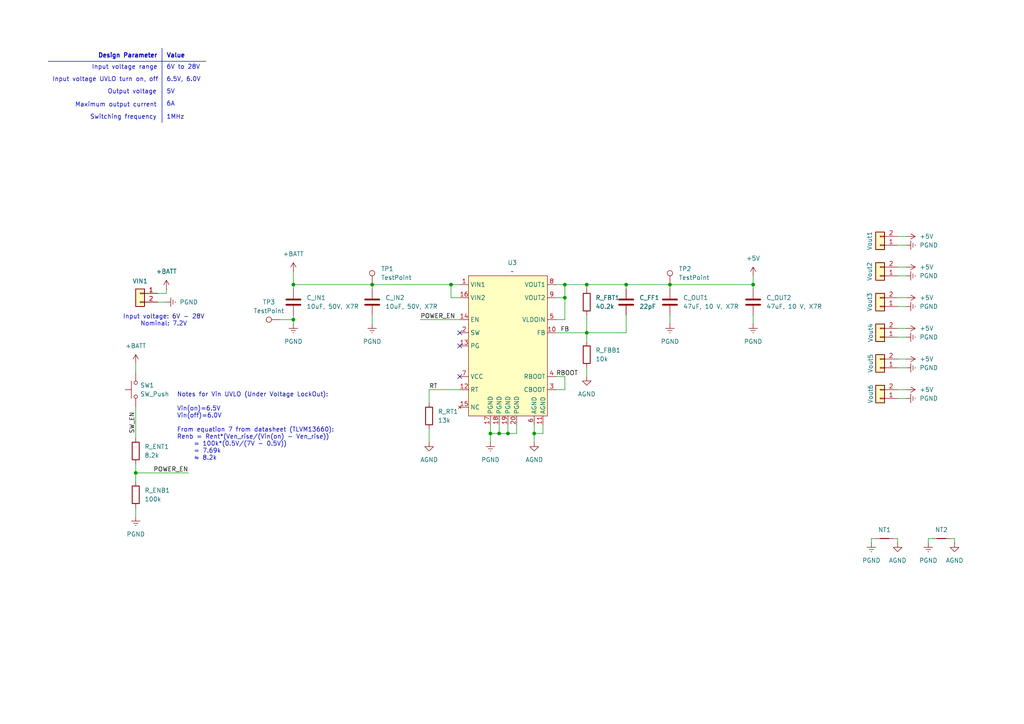
<source format=kicad_sch>
(kicad_sch
	(version 20231120)
	(generator "eeschema")
	(generator_version "8.0")
	(uuid "efb12308-5013-4ca6-a469-7d8d7a5c6e7f")
	(paper "A4")
	(title_block
		(title "NanoCore 525, DC-DC converter 5V 25W")
		(rev "0.1")
		(company "EOLab")
		(comment 1 "Author: Harley Lara, Mauricio Zacarias")
		(comment 2 "Repo: github.com/EOLab-HSRW/NanoCore-525")
	)
	(lib_symbols
		(symbol "Connector:TestPoint"
			(pin_numbers hide)
			(pin_names
				(offset 0.762) hide)
			(exclude_from_sim no)
			(in_bom yes)
			(on_board yes)
			(property "Reference" "TP"
				(at 0 6.858 0)
				(effects
					(font
						(size 1.27 1.27)
					)
				)
			)
			(property "Value" "TestPoint"
				(at 0 5.08 0)
				(effects
					(font
						(size 1.27 1.27)
					)
				)
			)
			(property "Footprint" ""
				(at 5.08 0 0)
				(effects
					(font
						(size 1.27 1.27)
					)
					(hide yes)
				)
			)
			(property "Datasheet" "~"
				(at 5.08 0 0)
				(effects
					(font
						(size 1.27 1.27)
					)
					(hide yes)
				)
			)
			(property "Description" "test point"
				(at 0 0 0)
				(effects
					(font
						(size 1.27 1.27)
					)
					(hide yes)
				)
			)
			(property "ki_keywords" "test point tp"
				(at 0 0 0)
				(effects
					(font
						(size 1.27 1.27)
					)
					(hide yes)
				)
			)
			(property "ki_fp_filters" "Pin* Test*"
				(at 0 0 0)
				(effects
					(font
						(size 1.27 1.27)
					)
					(hide yes)
				)
			)
			(symbol "TestPoint_0_1"
				(circle
					(center 0 3.302)
					(radius 0.762)
					(stroke
						(width 0)
						(type default)
					)
					(fill
						(type none)
					)
				)
			)
			(symbol "TestPoint_1_1"
				(pin passive line
					(at 0 0 90)
					(length 2.54)
					(name "1"
						(effects
							(font
								(size 1.27 1.27)
							)
						)
					)
					(number "1"
						(effects
							(font
								(size 1.27 1.27)
							)
						)
					)
				)
			)
		)
		(symbol "Connector_Generic:Conn_01x02"
			(pin_names
				(offset 1.016) hide)
			(exclude_from_sim no)
			(in_bom yes)
			(on_board yes)
			(property "Reference" "J"
				(at 0 2.54 0)
				(effects
					(font
						(size 1.27 1.27)
					)
				)
			)
			(property "Value" "Conn_01x02"
				(at 0 -5.08 0)
				(effects
					(font
						(size 1.27 1.27)
					)
				)
			)
			(property "Footprint" ""
				(at 0 0 0)
				(effects
					(font
						(size 1.27 1.27)
					)
					(hide yes)
				)
			)
			(property "Datasheet" "~"
				(at 0 0 0)
				(effects
					(font
						(size 1.27 1.27)
					)
					(hide yes)
				)
			)
			(property "Description" "Generic connector, single row, 01x02, script generated (kicad-library-utils/schlib/autogen/connector/)"
				(at 0 0 0)
				(effects
					(font
						(size 1.27 1.27)
					)
					(hide yes)
				)
			)
			(property "ki_keywords" "connector"
				(at 0 0 0)
				(effects
					(font
						(size 1.27 1.27)
					)
					(hide yes)
				)
			)
			(property "ki_fp_filters" "Connector*:*_1x??_*"
				(at 0 0 0)
				(effects
					(font
						(size 1.27 1.27)
					)
					(hide yes)
				)
			)
			(symbol "Conn_01x02_1_1"
				(rectangle
					(start -1.27 -2.413)
					(end 0 -2.667)
					(stroke
						(width 0.1524)
						(type default)
					)
					(fill
						(type none)
					)
				)
				(rectangle
					(start -1.27 0.127)
					(end 0 -0.127)
					(stroke
						(width 0.1524)
						(type default)
					)
					(fill
						(type none)
					)
				)
				(rectangle
					(start -1.27 1.27)
					(end 1.27 -3.81)
					(stroke
						(width 0.254)
						(type default)
					)
					(fill
						(type background)
					)
				)
				(pin passive line
					(at -5.08 0 0)
					(length 3.81)
					(name "Pin_1"
						(effects
							(font
								(size 1.27 1.27)
							)
						)
					)
					(number "1"
						(effects
							(font
								(size 1.27 1.27)
							)
						)
					)
				)
				(pin passive line
					(at -5.08 -2.54 0)
					(length 3.81)
					(name "Pin_2"
						(effects
							(font
								(size 1.27 1.27)
							)
						)
					)
					(number "2"
						(effects
							(font
								(size 1.27 1.27)
							)
						)
					)
				)
			)
		)
		(symbol "Device:C"
			(pin_numbers hide)
			(pin_names
				(offset 0.254)
			)
			(exclude_from_sim no)
			(in_bom yes)
			(on_board yes)
			(property "Reference" "C"
				(at 0.635 2.54 0)
				(effects
					(font
						(size 1.27 1.27)
					)
					(justify left)
				)
			)
			(property "Value" "C"
				(at 0.635 -2.54 0)
				(effects
					(font
						(size 1.27 1.27)
					)
					(justify left)
				)
			)
			(property "Footprint" ""
				(at 0.9652 -3.81 0)
				(effects
					(font
						(size 1.27 1.27)
					)
					(hide yes)
				)
			)
			(property "Datasheet" "~"
				(at 0 0 0)
				(effects
					(font
						(size 1.27 1.27)
					)
					(hide yes)
				)
			)
			(property "Description" "Unpolarized capacitor"
				(at 0 0 0)
				(effects
					(font
						(size 1.27 1.27)
					)
					(hide yes)
				)
			)
			(property "ki_keywords" "cap capacitor"
				(at 0 0 0)
				(effects
					(font
						(size 1.27 1.27)
					)
					(hide yes)
				)
			)
			(property "ki_fp_filters" "C_*"
				(at 0 0 0)
				(effects
					(font
						(size 1.27 1.27)
					)
					(hide yes)
				)
			)
			(symbol "C_0_1"
				(polyline
					(pts
						(xy -2.032 -0.762) (xy 2.032 -0.762)
					)
					(stroke
						(width 0.508)
						(type default)
					)
					(fill
						(type none)
					)
				)
				(polyline
					(pts
						(xy -2.032 0.762) (xy 2.032 0.762)
					)
					(stroke
						(width 0.508)
						(type default)
					)
					(fill
						(type none)
					)
				)
			)
			(symbol "C_1_1"
				(pin passive line
					(at 0 3.81 270)
					(length 2.794)
					(name "~"
						(effects
							(font
								(size 1.27 1.27)
							)
						)
					)
					(number "1"
						(effects
							(font
								(size 1.27 1.27)
							)
						)
					)
				)
				(pin passive line
					(at 0 -3.81 90)
					(length 2.794)
					(name "~"
						(effects
							(font
								(size 1.27 1.27)
							)
						)
					)
					(number "2"
						(effects
							(font
								(size 1.27 1.27)
							)
						)
					)
				)
			)
		)
		(symbol "Device:NetTie_2"
			(pin_numbers hide)
			(pin_names
				(offset 0) hide)
			(exclude_from_sim no)
			(in_bom no)
			(on_board yes)
			(property "Reference" "NT"
				(at 0 1.27 0)
				(effects
					(font
						(size 1.27 1.27)
					)
				)
			)
			(property "Value" "NetTie_2"
				(at 0 -1.27 0)
				(effects
					(font
						(size 1.27 1.27)
					)
				)
			)
			(property "Footprint" ""
				(at 0 0 0)
				(effects
					(font
						(size 1.27 1.27)
					)
					(hide yes)
				)
			)
			(property "Datasheet" "~"
				(at 0 0 0)
				(effects
					(font
						(size 1.27 1.27)
					)
					(hide yes)
				)
			)
			(property "Description" "Net tie, 2 pins"
				(at 0 0 0)
				(effects
					(font
						(size 1.27 1.27)
					)
					(hide yes)
				)
			)
			(property "ki_keywords" "net tie short"
				(at 0 0 0)
				(effects
					(font
						(size 1.27 1.27)
					)
					(hide yes)
				)
			)
			(property "ki_fp_filters" "Net*Tie*"
				(at 0 0 0)
				(effects
					(font
						(size 1.27 1.27)
					)
					(hide yes)
				)
			)
			(symbol "NetTie_2_0_1"
				(polyline
					(pts
						(xy -1.27 0) (xy 1.27 0)
					)
					(stroke
						(width 0.254)
						(type default)
					)
					(fill
						(type none)
					)
				)
			)
			(symbol "NetTie_2_1_1"
				(pin passive line
					(at -2.54 0 0)
					(length 2.54)
					(name "1"
						(effects
							(font
								(size 1.27 1.27)
							)
						)
					)
					(number "1"
						(effects
							(font
								(size 1.27 1.27)
							)
						)
					)
				)
				(pin passive line
					(at 2.54 0 180)
					(length 2.54)
					(name "2"
						(effects
							(font
								(size 1.27 1.27)
							)
						)
					)
					(number "2"
						(effects
							(font
								(size 1.27 1.27)
							)
						)
					)
				)
			)
		)
		(symbol "Device:R"
			(pin_numbers hide)
			(pin_names
				(offset 0)
			)
			(exclude_from_sim no)
			(in_bom yes)
			(on_board yes)
			(property "Reference" "R"
				(at 2.032 0 90)
				(effects
					(font
						(size 1.27 1.27)
					)
				)
			)
			(property "Value" "R"
				(at 0 0 90)
				(effects
					(font
						(size 1.27 1.27)
					)
				)
			)
			(property "Footprint" ""
				(at -1.778 0 90)
				(effects
					(font
						(size 1.27 1.27)
					)
					(hide yes)
				)
			)
			(property "Datasheet" "~"
				(at 0 0 0)
				(effects
					(font
						(size 1.27 1.27)
					)
					(hide yes)
				)
			)
			(property "Description" "Resistor"
				(at 0 0 0)
				(effects
					(font
						(size 1.27 1.27)
					)
					(hide yes)
				)
			)
			(property "ki_keywords" "R res resistor"
				(at 0 0 0)
				(effects
					(font
						(size 1.27 1.27)
					)
					(hide yes)
				)
			)
			(property "ki_fp_filters" "R_*"
				(at 0 0 0)
				(effects
					(font
						(size 1.27 1.27)
					)
					(hide yes)
				)
			)
			(symbol "R_0_1"
				(rectangle
					(start -1.016 -2.54)
					(end 1.016 2.54)
					(stroke
						(width 0.254)
						(type default)
					)
					(fill
						(type none)
					)
				)
			)
			(symbol "R_1_1"
				(pin passive line
					(at 0 3.81 270)
					(length 1.27)
					(name "~"
						(effects
							(font
								(size 1.27 1.27)
							)
						)
					)
					(number "1"
						(effects
							(font
								(size 1.27 1.27)
							)
						)
					)
				)
				(pin passive line
					(at 0 -3.81 90)
					(length 1.27)
					(name "~"
						(effects
							(font
								(size 1.27 1.27)
							)
						)
					)
					(number "2"
						(effects
							(font
								(size 1.27 1.27)
							)
						)
					)
				)
			)
		)
		(symbol "Switch:SW_Push"
			(pin_numbers hide)
			(pin_names
				(offset 1.016) hide)
			(exclude_from_sim no)
			(in_bom yes)
			(on_board yes)
			(property "Reference" "SW"
				(at 1.27 2.54 0)
				(effects
					(font
						(size 1.27 1.27)
					)
					(justify left)
				)
			)
			(property "Value" "SW_Push"
				(at 0 -1.524 0)
				(effects
					(font
						(size 1.27 1.27)
					)
				)
			)
			(property "Footprint" ""
				(at 0 5.08 0)
				(effects
					(font
						(size 1.27 1.27)
					)
					(hide yes)
				)
			)
			(property "Datasheet" "~"
				(at 0 5.08 0)
				(effects
					(font
						(size 1.27 1.27)
					)
					(hide yes)
				)
			)
			(property "Description" "Push button switch, generic, two pins"
				(at 0 0 0)
				(effects
					(font
						(size 1.27 1.27)
					)
					(hide yes)
				)
			)
			(property "ki_keywords" "switch normally-open pushbutton push-button"
				(at 0 0 0)
				(effects
					(font
						(size 1.27 1.27)
					)
					(hide yes)
				)
			)
			(symbol "SW_Push_0_1"
				(circle
					(center -2.032 0)
					(radius 0.508)
					(stroke
						(width 0)
						(type default)
					)
					(fill
						(type none)
					)
				)
				(polyline
					(pts
						(xy 0 1.27) (xy 0 3.048)
					)
					(stroke
						(width 0)
						(type default)
					)
					(fill
						(type none)
					)
				)
				(polyline
					(pts
						(xy 2.54 1.27) (xy -2.54 1.27)
					)
					(stroke
						(width 0)
						(type default)
					)
					(fill
						(type none)
					)
				)
				(circle
					(center 2.032 0)
					(radius 0.508)
					(stroke
						(width 0)
						(type default)
					)
					(fill
						(type none)
					)
				)
				(pin passive line
					(at -5.08 0 0)
					(length 2.54)
					(name "1"
						(effects
							(font
								(size 1.27 1.27)
							)
						)
					)
					(number "1"
						(effects
							(font
								(size 1.27 1.27)
							)
						)
					)
				)
				(pin passive line
					(at 5.08 0 180)
					(length 2.54)
					(name "2"
						(effects
							(font
								(size 1.27 1.27)
							)
						)
					)
					(number "2"
						(effects
							(font
								(size 1.27 1.27)
							)
						)
					)
				)
			)
		)
		(symbol "TLVM_sym:TLVM13660RDLR"
			(exclude_from_sim no)
			(in_bom yes)
			(on_board yes)
			(property "Reference" "U"
				(at 0 0 0)
				(effects
					(font
						(size 1.27 1.27)
					)
				)
			)
			(property "Value" ""
				(at 0 0 0)
				(effects
					(font
						(size 1.27 1.27)
					)
				)
			)
			(property "Footprint" "Package_DFN_QFN:Texas_B3QFN-14-1EP_5x5.5mm_P0.65mm_ThermalVia"
				(at 0 0 0)
				(effects
					(font
						(size 1.27 1.27)
					)
					(hide yes)
				)
			)
			(property "Datasheet" "https://www.ti.com/lit/ds/symlink/tlvm13660.pdf?ts=1731761385313"
				(at 0 0 0)
				(effects
					(font
						(size 1.27 1.27)
					)
					(hide yes)
				)
			)
			(property "Description" " High-Density, 3-V to 36-V Input, 1-V to 6-V Output, 6-A Synchronous Buck DC/DC Power Module"
				(at 0 0 0)
				(effects
					(font
						(size 1.27 1.27)
					)
					(hide yes)
				)
			)
			(symbol "TLVM13660RDLR_0_0"
				(pin power_in line
					(at -13.97 17.78 0)
					(length 2.54)
					(name "VIN1"
						(effects
							(font
								(size 1.27 1.27)
							)
						)
					)
					(number "1"
						(effects
							(font
								(size 1.27 1.27)
							)
						)
					)
				)
				(pin input line
					(at 13.97 3.81 180)
					(length 2.54)
					(name "FB"
						(effects
							(font
								(size 1.27 1.27)
							)
						)
					)
					(number "10"
						(effects
							(font
								(size 1.27 1.27)
							)
						)
					)
				)
				(pin input line
					(at 10.16 -22.86 90)
					(length 2.54)
					(name "AGND"
						(effects
							(font
								(size 1.27 1.27)
							)
						)
					)
					(number "11"
						(effects
							(font
								(size 1.27 1.27)
							)
						)
					)
				)
				(pin input line
					(at -13.97 -12.7 0)
					(length 2.54)
					(name "RT"
						(effects
							(font
								(size 1.27 1.27)
							)
						)
					)
					(number "12"
						(effects
							(font
								(size 1.27 1.27)
							)
						)
					)
				)
				(pin output line
					(at -13.97 0 0)
					(length 2.54)
					(name "PG"
						(effects
							(font
								(size 1.27 1.27)
							)
						)
					)
					(number "13"
						(effects
							(font
								(size 1.27 1.27)
							)
						)
					)
				)
				(pin input line
					(at -13.97 7.62 0)
					(length 2.54)
					(name "EN"
						(effects
							(font
								(size 1.27 1.27)
							)
						)
					)
					(number "14"
						(effects
							(font
								(size 1.27 1.27)
							)
						)
					)
				)
				(pin no_connect line
					(at -13.97 -17.78 0)
					(length 2.54)
					(name "NC"
						(effects
							(font
								(size 1.27 1.27)
							)
						)
					)
					(number "15"
						(effects
							(font
								(size 1.27 1.27)
							)
						)
					)
				)
				(pin power_in line
					(at -13.97 13.97 0)
					(length 2.54)
					(name "VIN2"
						(effects
							(font
								(size 1.27 1.27)
							)
						)
					)
					(number "16"
						(effects
							(font
								(size 1.27 1.27)
							)
						)
					)
				)
				(pin power_out line
					(at -13.97 3.81 0)
					(length 2.54)
					(name "SW"
						(effects
							(font
								(size 1.27 1.27)
							)
						)
					)
					(number "2"
						(effects
							(font
								(size 1.27 1.27)
							)
						)
					)
				)
				(pin input line
					(at 13.97 -12.7 180)
					(length 2.54)
					(name "CBOOT"
						(effects
							(font
								(size 1.27 1.27)
							)
						)
					)
					(number "3"
						(effects
							(font
								(size 1.27 1.27)
							)
						)
					)
				)
				(pin input line
					(at 13.97 -8.89 180)
					(length 2.54)
					(name "RBOOT"
						(effects
							(font
								(size 1.27 1.27)
							)
						)
					)
					(number "4"
						(effects
							(font
								(size 1.27 1.27)
							)
						)
					)
				)
				(pin input line
					(at 13.97 7.62 180)
					(length 2.54)
					(name "VLDOIN"
						(effects
							(font
								(size 1.27 1.27)
							)
						)
					)
					(number "5"
						(effects
							(font
								(size 1.27 1.27)
							)
						)
					)
				)
				(pin input line
					(at 7.62 -22.86 90)
					(length 2.54)
					(name "AGND"
						(effects
							(font
								(size 1.27 1.27)
							)
						)
					)
					(number "6"
						(effects
							(font
								(size 1.27 1.27)
							)
						)
					)
				)
				(pin input line
					(at -13.97 -8.89 0)
					(length 2.54)
					(name "VCC"
						(effects
							(font
								(size 1.27 1.27)
							)
						)
					)
					(number "7"
						(effects
							(font
								(size 1.27 1.27)
							)
						)
					)
				)
				(pin power_out line
					(at 13.97 17.78 180)
					(length 2.54)
					(name "VOUT1"
						(effects
							(font
								(size 1.27 1.27)
							)
						)
					)
					(number "8"
						(effects
							(font
								(size 1.27 1.27)
							)
						)
					)
				)
				(pin power_out line
					(at 13.97 13.97 180)
					(length 2.54)
					(name "VOUT2"
						(effects
							(font
								(size 1.27 1.27)
							)
						)
					)
					(number "9"
						(effects
							(font
								(size 1.27 1.27)
							)
						)
					)
				)
			)
			(symbol "TLVM13660RDLR_1_0"
				(pin input line
					(at -5.08 -22.86 90)
					(length 2.54)
					(name "PGND"
						(effects
							(font
								(size 1.27 1.27)
							)
						)
					)
					(number "17"
						(effects
							(font
								(size 1.27 1.27)
							)
						)
					)
				)
				(pin input line
					(at -2.54 -22.86 90)
					(length 2.54)
					(name "PGND"
						(effects
							(font
								(size 1.27 1.27)
							)
						)
					)
					(number "18"
						(effects
							(font
								(size 1.27 1.27)
							)
						)
					)
				)
				(pin input line
					(at 0 -22.86 90)
					(length 2.54)
					(name "PGND"
						(effects
							(font
								(size 1.27 1.27)
							)
						)
					)
					(number "19"
						(effects
							(font
								(size 1.27 1.27)
							)
						)
					)
				)
				(pin input line
					(at 2.54 -22.86 90)
					(length 2.54)
					(name "PGND"
						(effects
							(font
								(size 1.27 1.27)
							)
						)
					)
					(number "20"
						(effects
							(font
								(size 1.27 1.27)
							)
						)
					)
				)
			)
			(symbol "TLVM13660RDLR_1_1"
				(rectangle
					(start -11.43 20.32)
					(end 11.43 -20.32)
					(stroke
						(width 0)
						(type default)
					)
					(fill
						(type background)
					)
				)
			)
		)
		(symbol "power:+5V"
			(power)
			(pin_numbers hide)
			(pin_names
				(offset 0) hide)
			(exclude_from_sim no)
			(in_bom yes)
			(on_board yes)
			(property "Reference" "#PWR"
				(at 0 -3.81 0)
				(effects
					(font
						(size 1.27 1.27)
					)
					(hide yes)
				)
			)
			(property "Value" "+5V"
				(at 0 3.556 0)
				(effects
					(font
						(size 1.27 1.27)
					)
				)
			)
			(property "Footprint" ""
				(at 0 0 0)
				(effects
					(font
						(size 1.27 1.27)
					)
					(hide yes)
				)
			)
			(property "Datasheet" ""
				(at 0 0 0)
				(effects
					(font
						(size 1.27 1.27)
					)
					(hide yes)
				)
			)
			(property "Description" "Power symbol creates a global label with name \"+5V\""
				(at 0 0 0)
				(effects
					(font
						(size 1.27 1.27)
					)
					(hide yes)
				)
			)
			(property "ki_keywords" "global power"
				(at 0 0 0)
				(effects
					(font
						(size 1.27 1.27)
					)
					(hide yes)
				)
			)
			(symbol "+5V_0_1"
				(polyline
					(pts
						(xy -0.762 1.27) (xy 0 2.54)
					)
					(stroke
						(width 0)
						(type default)
					)
					(fill
						(type none)
					)
				)
				(polyline
					(pts
						(xy 0 0) (xy 0 2.54)
					)
					(stroke
						(width 0)
						(type default)
					)
					(fill
						(type none)
					)
				)
				(polyline
					(pts
						(xy 0 2.54) (xy 0.762 1.27)
					)
					(stroke
						(width 0)
						(type default)
					)
					(fill
						(type none)
					)
				)
			)
			(symbol "+5V_1_1"
				(pin power_in line
					(at 0 0 90)
					(length 0)
					(name "~"
						(effects
							(font
								(size 1.27 1.27)
							)
						)
					)
					(number "1"
						(effects
							(font
								(size 1.27 1.27)
							)
						)
					)
				)
			)
		)
		(symbol "power:+BATT"
			(power)
			(pin_numbers hide)
			(pin_names
				(offset 0) hide)
			(exclude_from_sim no)
			(in_bom yes)
			(on_board yes)
			(property "Reference" "#PWR"
				(at 0 -3.81 0)
				(effects
					(font
						(size 1.27 1.27)
					)
					(hide yes)
				)
			)
			(property "Value" "+BATT"
				(at 0 3.556 0)
				(effects
					(font
						(size 1.27 1.27)
					)
				)
			)
			(property "Footprint" ""
				(at 0 0 0)
				(effects
					(font
						(size 1.27 1.27)
					)
					(hide yes)
				)
			)
			(property "Datasheet" ""
				(at 0 0 0)
				(effects
					(font
						(size 1.27 1.27)
					)
					(hide yes)
				)
			)
			(property "Description" "Power symbol creates a global label with name \"+BATT\""
				(at 0 0 0)
				(effects
					(font
						(size 1.27 1.27)
					)
					(hide yes)
				)
			)
			(property "ki_keywords" "global power battery"
				(at 0 0 0)
				(effects
					(font
						(size 1.27 1.27)
					)
					(hide yes)
				)
			)
			(symbol "+BATT_0_1"
				(polyline
					(pts
						(xy -0.762 1.27) (xy 0 2.54)
					)
					(stroke
						(width 0)
						(type default)
					)
					(fill
						(type none)
					)
				)
				(polyline
					(pts
						(xy 0 0) (xy 0 2.54)
					)
					(stroke
						(width 0)
						(type default)
					)
					(fill
						(type none)
					)
				)
				(polyline
					(pts
						(xy 0 2.54) (xy 0.762 1.27)
					)
					(stroke
						(width 0)
						(type default)
					)
					(fill
						(type none)
					)
				)
			)
			(symbol "+BATT_1_1"
				(pin power_in line
					(at 0 0 90)
					(length 0)
					(name "~"
						(effects
							(font
								(size 1.27 1.27)
							)
						)
					)
					(number "1"
						(effects
							(font
								(size 1.27 1.27)
							)
						)
					)
				)
			)
		)
		(symbol "power:GNDA"
			(power)
			(pin_numbers hide)
			(pin_names
				(offset 0) hide)
			(exclude_from_sim no)
			(in_bom yes)
			(on_board yes)
			(property "Reference" "#PWR"
				(at 0 -6.35 0)
				(effects
					(font
						(size 1.27 1.27)
					)
					(hide yes)
				)
			)
			(property "Value" "GNDA"
				(at 0 -3.81 0)
				(effects
					(font
						(size 1.27 1.27)
					)
				)
			)
			(property "Footprint" ""
				(at 0 0 0)
				(effects
					(font
						(size 1.27 1.27)
					)
					(hide yes)
				)
			)
			(property "Datasheet" ""
				(at 0 0 0)
				(effects
					(font
						(size 1.27 1.27)
					)
					(hide yes)
				)
			)
			(property "Description" "Power symbol creates a global label with name \"GNDA\" , analog ground"
				(at 0 0 0)
				(effects
					(font
						(size 1.27 1.27)
					)
					(hide yes)
				)
			)
			(property "ki_keywords" "global power"
				(at 0 0 0)
				(effects
					(font
						(size 1.27 1.27)
					)
					(hide yes)
				)
			)
			(symbol "GNDA_0_1"
				(polyline
					(pts
						(xy 0 0) (xy 0 -1.27) (xy 1.27 -1.27) (xy 0 -2.54) (xy -1.27 -1.27) (xy 0 -1.27)
					)
					(stroke
						(width 0)
						(type default)
					)
					(fill
						(type none)
					)
				)
			)
			(symbol "GNDA_1_1"
				(pin power_in line
					(at 0 0 270)
					(length 0)
					(name "~"
						(effects
							(font
								(size 1.27 1.27)
							)
						)
					)
					(number "1"
						(effects
							(font
								(size 1.27 1.27)
							)
						)
					)
				)
			)
		)
		(symbol "power:GNDREF"
			(power)
			(pin_numbers hide)
			(pin_names
				(offset 0) hide)
			(exclude_from_sim no)
			(in_bom yes)
			(on_board yes)
			(property "Reference" "#PWR"
				(at 0 -6.35 0)
				(effects
					(font
						(size 1.27 1.27)
					)
					(hide yes)
				)
			)
			(property "Value" "GNDREF"
				(at 0 -3.81 0)
				(effects
					(font
						(size 1.27 1.27)
					)
				)
			)
			(property "Footprint" ""
				(at 0 0 0)
				(effects
					(font
						(size 1.27 1.27)
					)
					(hide yes)
				)
			)
			(property "Datasheet" ""
				(at 0 0 0)
				(effects
					(font
						(size 1.27 1.27)
					)
					(hide yes)
				)
			)
			(property "Description" "Power symbol creates a global label with name \"GNDREF\" , reference supply ground"
				(at 0 0 0)
				(effects
					(font
						(size 1.27 1.27)
					)
					(hide yes)
				)
			)
			(property "ki_keywords" "global power"
				(at 0 0 0)
				(effects
					(font
						(size 1.27 1.27)
					)
					(hide yes)
				)
			)
			(symbol "GNDREF_0_1"
				(polyline
					(pts
						(xy -0.635 -1.905) (xy 0.635 -1.905)
					)
					(stroke
						(width 0)
						(type default)
					)
					(fill
						(type none)
					)
				)
				(polyline
					(pts
						(xy -0.127 -2.54) (xy 0.127 -2.54)
					)
					(stroke
						(width 0)
						(type default)
					)
					(fill
						(type none)
					)
				)
				(polyline
					(pts
						(xy 0 -1.27) (xy 0 0)
					)
					(stroke
						(width 0)
						(type default)
					)
					(fill
						(type none)
					)
				)
				(polyline
					(pts
						(xy 1.27 -1.27) (xy -1.27 -1.27)
					)
					(stroke
						(width 0)
						(type default)
					)
					(fill
						(type none)
					)
				)
			)
			(symbol "GNDREF_1_1"
				(pin power_in line
					(at 0 0 270)
					(length 0)
					(name "~"
						(effects
							(font
								(size 1.27 1.27)
							)
						)
					)
					(number "1"
						(effects
							(font
								(size 1.27 1.27)
							)
						)
					)
				)
			)
		)
	)
	(junction
		(at 147.32 125.73)
		(diameter 0)
		(color 0 0 0 0)
		(uuid "08d7253c-f9c6-440b-9d18-fe7d1b946193")
	)
	(junction
		(at 85.09 82.55)
		(diameter 0)
		(color 0 0 0 0)
		(uuid "0e4baa6e-bd63-40ec-a0e0-7786229e49ff")
	)
	(junction
		(at 170.18 82.55)
		(diameter 0)
		(color 0 0 0 0)
		(uuid "0eca556c-5e18-4927-88ad-43f62908513d")
	)
	(junction
		(at 154.94 125.73)
		(diameter 0)
		(color 0 0 0 0)
		(uuid "1a7efd52-9b09-4d83-8ff4-769e60c3e7f7")
	)
	(junction
		(at 130.81 82.55)
		(diameter 0)
		(color 0 0 0 0)
		(uuid "3671f2d4-e872-4bc0-8a40-472c223c5028")
	)
	(junction
		(at 194.31 82.55)
		(diameter 0)
		(color 0 0 0 0)
		(uuid "4d20155f-60ec-4564-9c24-8b1439a0a3da")
	)
	(junction
		(at 85.09 92.71)
		(diameter 0)
		(color 0 0 0 0)
		(uuid "4ead7948-4a9f-4783-976e-45cc251f0c9d")
	)
	(junction
		(at 170.18 96.52)
		(diameter 0)
		(color 0 0 0 0)
		(uuid "6b559d87-b047-4375-bd77-9d9f96d43a01")
	)
	(junction
		(at 218.44 82.55)
		(diameter 0)
		(color 0 0 0 0)
		(uuid "8fc0395e-df0c-4abf-b7e0-eb1d07cea6d6")
	)
	(junction
		(at 142.24 125.73)
		(diameter 0)
		(color 0 0 0 0)
		(uuid "900c5f59-6709-4601-a2d2-e470488a8792")
	)
	(junction
		(at 144.78 125.73)
		(diameter 0)
		(color 0 0 0 0)
		(uuid "ba4c40d9-7db0-4401-9e9a-06903f3934f0")
	)
	(junction
		(at 163.83 86.36)
		(diameter 0)
		(color 0 0 0 0)
		(uuid "c7d93813-b390-40db-823b-29f0bf9114be")
	)
	(junction
		(at 181.61 82.55)
		(diameter 0)
		(color 0 0 0 0)
		(uuid "c8413b25-3321-48fa-a807-283779b81053")
	)
	(junction
		(at 39.37 137.16)
		(diameter 0)
		(color 0 0 0 0)
		(uuid "d5e869f4-4e11-4efc-afa1-c0463bd2de19")
	)
	(junction
		(at 163.83 82.55)
		(diameter 0)
		(color 0 0 0 0)
		(uuid "e1120c54-40d4-43d5-854f-2c47b21f721b")
	)
	(junction
		(at 107.95 82.55)
		(diameter 0)
		(color 0 0 0 0)
		(uuid "ee5647e9-530e-45f3-a9dd-9ddb0eba0914")
	)
	(no_connect
		(at 133.35 109.22)
		(uuid "001d58b1-8323-4963-9251-e00d04f80bdb")
	)
	(no_connect
		(at 133.35 100.33)
		(uuid "e77f77ab-0025-4702-920c-f560d7e4b174")
	)
	(no_connect
		(at 133.35 96.52)
		(uuid "ed80c32c-2992-46be-aec7-3088882eb9f9")
	)
	(wire
		(pts
			(xy 157.48 125.73) (xy 154.94 125.73)
		)
		(stroke
			(width 0)
			(type default)
		)
		(uuid "035097ad-ed7c-4f74-87e5-09611094ca7d")
	)
	(wire
		(pts
			(xy 85.09 82.55) (xy 85.09 83.82)
		)
		(stroke
			(width 0)
			(type default)
		)
		(uuid "082bf1d3-8cf7-4b00-97a2-6f844c242aa8")
	)
	(wire
		(pts
			(xy 218.44 83.82) (xy 218.44 82.55)
		)
		(stroke
			(width 0)
			(type default)
		)
		(uuid "0bfe05e0-61ee-4b45-9286-ca5e02551984")
	)
	(wire
		(pts
			(xy 260.35 115.57) (xy 262.89 115.57)
		)
		(stroke
			(width 0)
			(type default)
		)
		(uuid "1287a888-061a-4015-bcba-339273c995f4")
	)
	(wire
		(pts
			(xy 170.18 82.55) (xy 170.18 83.82)
		)
		(stroke
			(width 0)
			(type default)
		)
		(uuid "19951a1a-fe4c-464d-ba14-b8d27bdf0efe")
	)
	(wire
		(pts
			(xy 194.31 91.44) (xy 194.31 93.98)
		)
		(stroke
			(width 0)
			(type default)
		)
		(uuid "20be1079-64a2-468b-a24d-60dd6532496b")
	)
	(wire
		(pts
			(xy 170.18 96.52) (xy 170.18 99.06)
		)
		(stroke
			(width 0)
			(type default)
		)
		(uuid "237fbfb7-08a3-4943-a3b6-f2d3fdbefc6a")
	)
	(wire
		(pts
			(xy 107.95 91.44) (xy 107.95 93.98)
		)
		(stroke
			(width 0)
			(type default)
		)
		(uuid "2383a48d-b350-4ce1-b0a1-ef209f5ea87a")
	)
	(wire
		(pts
			(xy 260.35 77.47) (xy 262.89 77.47)
		)
		(stroke
			(width 0)
			(type default)
		)
		(uuid "243ac743-b07e-42ab-beac-6cef65ec54ec")
	)
	(wire
		(pts
			(xy 163.83 82.55) (xy 170.18 82.55)
		)
		(stroke
			(width 0)
			(type default)
		)
		(uuid "28e38ddc-2469-4fd4-b957-69831b1c0bbb")
	)
	(wire
		(pts
			(xy 124.46 116.84) (xy 124.46 113.03)
		)
		(stroke
			(width 0)
			(type default)
		)
		(uuid "28fef9e4-eb45-4b8a-a740-589a9268aa9a")
	)
	(wire
		(pts
			(xy 142.24 125.73) (xy 142.24 128.27)
		)
		(stroke
			(width 0)
			(type default)
		)
		(uuid "2983a08c-b61b-4a64-9f0a-2be7dd94511f")
	)
	(wire
		(pts
			(xy 121.92 92.71) (xy 133.35 92.71)
		)
		(stroke
			(width 0)
			(type default)
		)
		(uuid "3042cf11-2a6d-4459-8259-a174c3c3b5b0")
	)
	(wire
		(pts
			(xy 170.18 82.55) (xy 181.61 82.55)
		)
		(stroke
			(width 0)
			(type default)
		)
		(uuid "33386ec0-7684-44d0-bf2e-8bf8c81ad8bd")
	)
	(wire
		(pts
			(xy 130.81 86.36) (xy 133.35 86.36)
		)
		(stroke
			(width 0)
			(type default)
		)
		(uuid "33c1cc06-650b-41ae-83ef-6361a308d871")
	)
	(wire
		(pts
			(xy 161.29 92.71) (xy 163.83 92.71)
		)
		(stroke
			(width 0)
			(type default)
		)
		(uuid "3700ba9d-24ac-4acf-ba66-a19da63c4a3e")
	)
	(wire
		(pts
			(xy 154.94 125.73) (xy 154.94 128.27)
		)
		(stroke
			(width 0)
			(type default)
		)
		(uuid "4189745f-fea1-40d5-aeff-b3f449a017b2")
	)
	(wire
		(pts
			(xy 85.09 91.44) (xy 85.09 92.71)
		)
		(stroke
			(width 0)
			(type default)
		)
		(uuid "4193ee2b-57d4-43fc-9a03-70cc4dc146ae")
	)
	(wire
		(pts
			(xy 147.32 123.19) (xy 147.32 125.73)
		)
		(stroke
			(width 0)
			(type default)
		)
		(uuid "45a8cb22-7bb7-4d03-8c5b-feb319d17f8c")
	)
	(wire
		(pts
			(xy 133.35 82.55) (xy 130.81 82.55)
		)
		(stroke
			(width 0)
			(type default)
		)
		(uuid "462c1986-5ca0-4a83-be50-45d41098689e")
	)
	(wire
		(pts
			(xy 163.83 86.36) (xy 163.83 82.55)
		)
		(stroke
			(width 0)
			(type default)
		)
		(uuid "463a5030-960b-492b-8a26-62b39546a466")
	)
	(wire
		(pts
			(xy 276.86 156.21) (xy 275.59 156.21)
		)
		(stroke
			(width 0)
			(type default)
		)
		(uuid "4a06e194-bf74-4bb9-83a1-83dcbf4857cb")
	)
	(wire
		(pts
			(xy 260.35 68.58) (xy 262.89 68.58)
		)
		(stroke
			(width 0)
			(type default)
		)
		(uuid "4f62f829-5c83-42be-80a0-483b8f04853c")
	)
	(wire
		(pts
			(xy 85.09 82.55) (xy 107.95 82.55)
		)
		(stroke
			(width 0)
			(type default)
		)
		(uuid "5124481c-ba30-40fa-9e75-c1dd2fa7e58d")
	)
	(wire
		(pts
			(xy 260.35 86.36) (xy 262.89 86.36)
		)
		(stroke
			(width 0)
			(type default)
		)
		(uuid "51ac7132-ed3d-4dc5-b32d-75bf3310e657")
	)
	(polyline
		(pts
			(xy 13.97 17.78) (xy 59.69 17.78)
		)
		(stroke
			(width 0)
			(type default)
		)
		(uuid "5303b370-73e6-4214-878e-2b3532966702")
	)
	(wire
		(pts
			(xy 39.37 147.32) (xy 39.37 149.86)
		)
		(stroke
			(width 0)
			(type default)
		)
		(uuid "539c89ce-abb2-4251-bd9b-10b4374cb573")
	)
	(wire
		(pts
			(xy 260.35 71.12) (xy 262.89 71.12)
		)
		(stroke
			(width 0)
			(type default)
		)
		(uuid "54f1c1ed-af2c-4e85-ad01-dc5e9f4230ba")
	)
	(wire
		(pts
			(xy 260.35 113.03) (xy 262.89 113.03)
		)
		(stroke
			(width 0)
			(type default)
		)
		(uuid "61207a18-9370-4e7d-9e4b-d0645694925f")
	)
	(wire
		(pts
			(xy 181.61 96.52) (xy 170.18 96.52)
		)
		(stroke
			(width 0)
			(type default)
		)
		(uuid "613b78f3-0689-4842-ba04-4e120837d4d8")
	)
	(wire
		(pts
			(xy 85.09 78.74) (xy 85.09 82.55)
		)
		(stroke
			(width 0)
			(type default)
		)
		(uuid "6180fcf8-d363-43a2-b59f-9adc45072680")
	)
	(wire
		(pts
			(xy 39.37 137.16) (xy 54.61 137.16)
		)
		(stroke
			(width 0)
			(type default)
		)
		(uuid "66d7bb3e-edc7-4542-86e1-a088fad45078")
	)
	(wire
		(pts
			(xy 157.48 123.19) (xy 157.48 125.73)
		)
		(stroke
			(width 0)
			(type default)
		)
		(uuid "67697f6a-eb93-45bb-9003-af8ac9d469ab")
	)
	(wire
		(pts
			(xy 124.46 124.46) (xy 124.46 128.27)
		)
		(stroke
			(width 0)
			(type default)
		)
		(uuid "699b50c1-eb82-495b-b5d9-4f34285614c4")
	)
	(wire
		(pts
			(xy 260.35 106.68) (xy 262.89 106.68)
		)
		(stroke
			(width 0)
			(type default)
		)
		(uuid "69fb2749-3697-420d-b92c-f8c7ffb75f1c")
	)
	(wire
		(pts
			(xy 39.37 105.41) (xy 39.37 107.95)
		)
		(stroke
			(width 0)
			(type default)
		)
		(uuid "6c5a8c88-2961-4077-931c-6ebc81c49d98")
	)
	(wire
		(pts
			(xy 260.35 95.25) (xy 262.89 95.25)
		)
		(stroke
			(width 0)
			(type default)
		)
		(uuid "7397ec30-851c-4ea7-88c2-95eb308398d7")
	)
	(wire
		(pts
			(xy 218.44 91.44) (xy 218.44 93.98)
		)
		(stroke
			(width 0)
			(type default)
		)
		(uuid "7522aa24-c5c6-40c9-b541-6970a1ddb299")
	)
	(wire
		(pts
			(xy 260.35 80.01) (xy 262.89 80.01)
		)
		(stroke
			(width 0)
			(type default)
		)
		(uuid "75687bea-6113-4f1e-8583-dc79b4d30be6")
	)
	(wire
		(pts
			(xy 269.24 157.48) (xy 269.24 156.21)
		)
		(stroke
			(width 0)
			(type default)
		)
		(uuid "79452ec3-a7ab-4849-93bc-e0aea5904c83")
	)
	(wire
		(pts
			(xy 107.95 82.55) (xy 107.95 83.82)
		)
		(stroke
			(width 0)
			(type default)
		)
		(uuid "7a5c6269-017b-4518-bacb-2d49340dc6fe")
	)
	(wire
		(pts
			(xy 276.86 157.48) (xy 276.86 156.21)
		)
		(stroke
			(width 0)
			(type default)
		)
		(uuid "7bd546a2-2f28-4c08-98ca-dd7eee7a6a1e")
	)
	(wire
		(pts
			(xy 144.78 125.73) (xy 147.32 125.73)
		)
		(stroke
			(width 0)
			(type default)
		)
		(uuid "7c0a5164-b07f-400e-ac79-2f98300d2372")
	)
	(wire
		(pts
			(xy 107.95 82.55) (xy 130.81 82.55)
		)
		(stroke
			(width 0)
			(type default)
		)
		(uuid "86410fed-f3d7-45dd-a60b-e62790f9fcd1")
	)
	(wire
		(pts
			(xy 81.28 92.71) (xy 85.09 92.71)
		)
		(stroke
			(width 0)
			(type default)
		)
		(uuid "871535b1-fb4e-4aeb-8beb-a4de3e10c324")
	)
	(wire
		(pts
			(xy 170.18 96.52) (xy 170.18 91.44)
		)
		(stroke
			(width 0)
			(type default)
		)
		(uuid "877b02b5-e003-4408-ab2c-f85060ba913d")
	)
	(wire
		(pts
			(xy 163.83 113.03) (xy 161.29 113.03)
		)
		(stroke
			(width 0)
			(type default)
		)
		(uuid "8f16da34-03b3-4ac3-a22c-02a26ec3558b")
	)
	(wire
		(pts
			(xy 252.73 157.48) (xy 252.73 156.21)
		)
		(stroke
			(width 0)
			(type default)
		)
		(uuid "9070f3a2-2d79-4a7e-bbd4-d38b44904d7d")
	)
	(wire
		(pts
			(xy 130.81 82.55) (xy 130.81 86.36)
		)
		(stroke
			(width 0)
			(type default)
		)
		(uuid "92dd5056-cd53-4c70-9ee4-714939b9705d")
	)
	(wire
		(pts
			(xy 45.72 85.09) (xy 48.26 85.09)
		)
		(stroke
			(width 0)
			(type default)
		)
		(uuid "96c97925-63b5-4671-8e76-737be1987c17")
	)
	(wire
		(pts
			(xy 260.35 88.9) (xy 262.89 88.9)
		)
		(stroke
			(width 0)
			(type default)
		)
		(uuid "9b5d5d45-dad2-4748-8174-b55b35b9c2aa")
	)
	(wire
		(pts
			(xy 161.29 96.52) (xy 170.18 96.52)
		)
		(stroke
			(width 0)
			(type default)
		)
		(uuid "9ebb372b-b5be-4c9f-83ff-350f21ad5732")
	)
	(wire
		(pts
			(xy 142.24 125.73) (xy 144.78 125.73)
		)
		(stroke
			(width 0)
			(type default)
		)
		(uuid "a58d652c-a506-450f-a2a1-c4cced57a199")
	)
	(polyline
		(pts
			(xy 46.99 13.97) (xy 46.99 35.56)
		)
		(stroke
			(width 0)
			(type default)
		)
		(uuid "a7b427bd-e90f-4d28-a90e-efb039288610")
	)
	(wire
		(pts
			(xy 147.32 125.73) (xy 149.86 125.73)
		)
		(stroke
			(width 0)
			(type default)
		)
		(uuid "a9f520ca-2ca0-4591-806a-1d872f5704ac")
	)
	(wire
		(pts
			(xy 260.35 156.21) (xy 259.08 156.21)
		)
		(stroke
			(width 0)
			(type default)
		)
		(uuid "adca99be-efc2-40f5-b4db-9a44dfde012e")
	)
	(wire
		(pts
			(xy 181.61 82.55) (xy 194.31 82.55)
		)
		(stroke
			(width 0)
			(type default)
		)
		(uuid "adf31acc-af99-470a-890f-ef1c57935e88")
	)
	(wire
		(pts
			(xy 142.24 123.19) (xy 142.24 125.73)
		)
		(stroke
			(width 0)
			(type default)
		)
		(uuid "b32f1706-d2c4-4d92-b1a6-353a3c8b92f2")
	)
	(wire
		(pts
			(xy 181.61 82.55) (xy 181.61 83.82)
		)
		(stroke
			(width 0)
			(type default)
		)
		(uuid "b8d23b49-c891-472e-adcf-35bc78026ca4")
	)
	(wire
		(pts
			(xy 85.09 92.71) (xy 85.09 93.98)
		)
		(stroke
			(width 0)
			(type default)
		)
		(uuid "ba997e9d-6b12-4a46-b14d-833fadc6f3c9")
	)
	(wire
		(pts
			(xy 124.46 113.03) (xy 133.35 113.03)
		)
		(stroke
			(width 0)
			(type default)
		)
		(uuid "bb62eb7d-e97e-49b8-af1d-98766cea6785")
	)
	(wire
		(pts
			(xy 154.94 123.19) (xy 154.94 125.73)
		)
		(stroke
			(width 0)
			(type default)
		)
		(uuid "c0795b8b-f0c6-4df1-946b-925596988c75")
	)
	(wire
		(pts
			(xy 260.35 157.48) (xy 260.35 156.21)
		)
		(stroke
			(width 0)
			(type default)
		)
		(uuid "c26eab0a-30a6-4ff6-b76e-6db52760649a")
	)
	(wire
		(pts
			(xy 48.26 83.82) (xy 48.26 85.09)
		)
		(stroke
			(width 0)
			(type default)
		)
		(uuid "c45eba97-3fcc-480d-ae0b-ca53449cef9c")
	)
	(wire
		(pts
			(xy 163.83 82.55) (xy 161.29 82.55)
		)
		(stroke
			(width 0)
			(type default)
		)
		(uuid "c47d7e46-ee2b-43ef-98f6-1d38865b787e")
	)
	(wire
		(pts
			(xy 149.86 123.19) (xy 149.86 125.73)
		)
		(stroke
			(width 0)
			(type default)
		)
		(uuid "c808d814-d71a-46a0-80c5-cf2de495a7c1")
	)
	(wire
		(pts
			(xy 163.83 109.22) (xy 163.83 113.03)
		)
		(stroke
			(width 0)
			(type default)
		)
		(uuid "cb100293-98dd-4b78-825b-78023c266c1f")
	)
	(wire
		(pts
			(xy 144.78 123.19) (xy 144.78 125.73)
		)
		(stroke
			(width 0)
			(type default)
		)
		(uuid "cbcbffe8-e11f-4bed-a617-59c4f686a078")
	)
	(wire
		(pts
			(xy 194.31 82.55) (xy 194.31 83.82)
		)
		(stroke
			(width 0)
			(type default)
		)
		(uuid "d1ba39a6-cd5b-4620-8385-03958ebe79f7")
	)
	(wire
		(pts
			(xy 252.73 156.21) (xy 254 156.21)
		)
		(stroke
			(width 0)
			(type default)
		)
		(uuid "d204785f-243e-4ab0-8ba9-0af71b2eb6dd")
	)
	(wire
		(pts
			(xy 163.83 92.71) (xy 163.83 86.36)
		)
		(stroke
			(width 0)
			(type default)
		)
		(uuid "da5dcda9-423f-4603-a187-e957e2461388")
	)
	(wire
		(pts
			(xy 48.26 87.63) (xy 45.72 87.63)
		)
		(stroke
			(width 0)
			(type default)
		)
		(uuid "e07fb35d-a886-4bdd-a178-a4e04a6f8aca")
	)
	(wire
		(pts
			(xy 170.18 106.68) (xy 170.18 109.22)
		)
		(stroke
			(width 0)
			(type default)
		)
		(uuid "e40b70c0-8374-42ec-b723-19846f4e8762")
	)
	(wire
		(pts
			(xy 39.37 118.11) (xy 39.37 127)
		)
		(stroke
			(width 0)
			(type default)
		)
		(uuid "e424fd36-0463-4551-8b32-ea56a2c44104")
	)
	(wire
		(pts
			(xy 260.35 104.14) (xy 262.89 104.14)
		)
		(stroke
			(width 0)
			(type default)
		)
		(uuid "e61a1462-8556-4f76-9ca5-bc4ed25cf4ed")
	)
	(wire
		(pts
			(xy 269.24 156.21) (xy 270.51 156.21)
		)
		(stroke
			(width 0)
			(type default)
		)
		(uuid "eb8b4ef0-fc96-4291-bf78-432af057a206")
	)
	(wire
		(pts
			(xy 161.29 86.36) (xy 163.83 86.36)
		)
		(stroke
			(width 0)
			(type default)
		)
		(uuid "ec6e3cad-397f-4fd1-9582-d6b72162cdc9")
	)
	(wire
		(pts
			(xy 39.37 137.16) (xy 39.37 139.7)
		)
		(stroke
			(width 0)
			(type default)
		)
		(uuid "ed8db616-118f-4e84-bc4d-2a93e99693c5")
	)
	(wire
		(pts
			(xy 39.37 134.62) (xy 39.37 137.16)
		)
		(stroke
			(width 0)
			(type default)
		)
		(uuid "ee5ac3e8-e879-4843-b19b-ffdf2b820d51")
	)
	(wire
		(pts
			(xy 194.31 82.55) (xy 218.44 82.55)
		)
		(stroke
			(width 0)
			(type default)
		)
		(uuid "f0ac2596-98a3-4083-9d44-1807d48d1433")
	)
	(wire
		(pts
			(xy 260.35 97.79) (xy 262.89 97.79)
		)
		(stroke
			(width 0)
			(type default)
		)
		(uuid "f41f9e1b-2af8-4969-9a98-f91a8ad11ce7")
	)
	(wire
		(pts
			(xy 181.61 91.44) (xy 181.61 96.52)
		)
		(stroke
			(width 0)
			(type default)
		)
		(uuid "f8816ddf-ada5-4e31-b31c-fb3d7d344aba")
	)
	(wire
		(pts
			(xy 161.29 109.22) (xy 163.83 109.22)
		)
		(stroke
			(width 0)
			(type default)
		)
		(uuid "fcfbde65-4c63-4afd-9049-3b5cbf18ecbe")
	)
	(wire
		(pts
			(xy 218.44 80.01) (xy 218.44 82.55)
		)
		(stroke
			(width 0)
			(type default)
		)
		(uuid "fff3b1c4-8cc8-43b5-b669-5779874124f4")
	)
	(text "Design Parameter"
		(exclude_from_sim no)
		(at 45.72 15.494 0)
		(effects
			(font
				(size 1.27 1.27)
				(thickness 0.254)
				(bold yes)
			)
			(justify right top)
		)
		(uuid "015ac787-75ac-44ea-8d65-3f0cc039868e")
	)
	(text "Input voltage: 6V - 28V\nNominal: 7.2V"
		(exclude_from_sim no)
		(at 47.498 92.964 0)
		(effects
			(font
				(size 1.27 1.27)
			)
		)
		(uuid "1c611620-3582-47ff-a080-76b3352d45f4")
	)
	(text "Value"
		(exclude_from_sim no)
		(at 48.26 15.494 0)
		(effects
			(font
				(size 1.27 1.27)
				(thickness 0.254)
				(bold yes)
			)
			(justify left top)
		)
		(uuid "2520b929-53bf-45ef-b53e-1d958e7bd8d3")
	)
	(text "Maximum output current"
		(exclude_from_sim no)
		(at 45.466 29.718 0)
		(effects
			(font
				(size 1.27 1.27)
			)
			(justify right top)
		)
		(uuid "2cd78e21-9985-44f0-9360-fc9081e3aa8a")
	)
	(text "6.5V, 6.0V"
		(exclude_from_sim no)
		(at 48.26 22.352 0)
		(effects
			(font
				(size 1.27 1.27)
			)
			(justify left top)
		)
		(uuid "435d80f6-c3a1-4100-be35-7ec735263571")
	)
	(text "Input voltage UVLO turn on, off"
		(exclude_from_sim no)
		(at 45.974 22.352 0)
		(effects
			(font
				(size 1.27 1.27)
			)
			(justify right top)
		)
		(uuid "4d87ecff-71a2-40a6-9445-754c7c1ce62a")
	)
	(text "Switching frequency"
		(exclude_from_sim no)
		(at 45.466 33.274 0)
		(effects
			(font
				(size 1.27 1.27)
			)
			(justify right top)
		)
		(uuid "5273024e-d23a-405b-b496-17f53ef519bb")
	)
	(text "Notes for Vin UVLO (Under Voltage LockOut):\n\nVin(on)=6.5V\nVin(off)=6.0V\n\nFrom equation 7 from datasheet (TLVM13660):\nRenb = Rent*(Ven_rise/(Vin(on) - Ven_rise))\n     = 100k*(0.5V/(7V - 0.5V))\n     = 7.69k\n     ≈ 8.2k"
		(exclude_from_sim no)
		(at 51.308 113.792 0)
		(effects
			(font
				(size 1.27 1.27)
			)
			(justify left top)
		)
		(uuid "53bcbb33-fb04-4d9c-9e7c-1175a9d9d33f")
	)
	(text "5V"
		(exclude_from_sim no)
		(at 48.26 25.908 0)
		(effects
			(font
				(size 1.27 1.27)
			)
			(justify left top)
		)
		(uuid "5f2c3904-9686-4150-8a7c-d56d8eccf268")
	)
	(text "6A"
		(exclude_from_sim no)
		(at 48.26 29.464 0)
		(effects
			(font
				(size 1.27 1.27)
			)
			(justify left top)
		)
		(uuid "7390c0a4-01fd-4d79-8c8b-347164c8adf4")
	)
	(text "1MHz"
		(exclude_from_sim no)
		(at 48.26 33.274 0)
		(effects
			(font
				(size 1.27 1.27)
			)
			(justify left top)
		)
		(uuid "c520b60f-36e0-45e5-8ceb-ea7f9c4042e5")
	)
	(text "Input voltage range"
		(exclude_from_sim no)
		(at 45.72 18.796 0)
		(effects
			(font
				(size 1.27 1.27)
			)
			(justify right top)
		)
		(uuid "e3882bb2-72bd-441c-af55-e4e2f54dec23")
	)
	(text "6V to 28V"
		(exclude_from_sim no)
		(at 48.26 18.796 0)
		(effects
			(font
				(size 1.27 1.27)
			)
			(justify left top)
		)
		(uuid "f821b19f-0ad9-498b-8f7a-27294ce58367")
	)
	(text "Output voltage"
		(exclude_from_sim no)
		(at 45.466 25.908 0)
		(effects
			(font
				(size 1.27 1.27)
			)
			(justify right top)
		)
		(uuid "fbab0d16-944b-4be3-aef0-12d47488067a")
	)
	(label "RT"
		(at 124.46 113.03 0)
		(fields_autoplaced yes)
		(effects
			(font
				(size 1.27 1.27)
			)
			(justify left bottom)
		)
		(uuid "51795b11-162a-4648-b785-20ebc74ec986")
	)
	(label "FB"
		(at 162.56 96.52 0)
		(fields_autoplaced yes)
		(effects
			(font
				(size 1.27 1.27)
			)
			(justify left bottom)
		)
		(uuid "589598d0-893b-4d61-a9aa-4580d6f0c3e7")
	)
	(label "POWER_EN"
		(at 121.92 92.71 0)
		(fields_autoplaced yes)
		(effects
			(font
				(size 1.27 1.27)
				(thickness 0.1588)
			)
			(justify left bottom)
		)
		(uuid "74a0a668-1efc-4023-b0cd-e9aad789335f")
	)
	(label "POWER_EN"
		(at 54.61 137.16 180)
		(fields_autoplaced yes)
		(effects
			(font
				(size 1.27 1.27)
				(thickness 0.1588)
			)
			(justify right bottom)
		)
		(uuid "992bf570-c658-4c75-b5b6-9bfb26a981ae")
	)
	(label "SW_EN"
		(at 39.37 125.73 90)
		(fields_autoplaced yes)
		(effects
			(font
				(size 1.27 1.27)
			)
			(justify left bottom)
		)
		(uuid "9db7ad79-497f-4cd3-8273-93a57d4d9697")
	)
	(label "RBOOT"
		(at 161.29 109.22 0)
		(fields_autoplaced yes)
		(effects
			(font
				(size 1.27 1.27)
			)
			(justify left bottom)
		)
		(uuid "a075b121-4484-4bd2-b888-ec5e852dd14b")
	)
	(symbol
		(lib_id "Device:C")
		(at 107.95 87.63 0)
		(unit 1)
		(exclude_from_sim no)
		(in_bom yes)
		(on_board yes)
		(dnp no)
		(uuid "007987be-5bdb-4a84-b551-ef2187e7b8aa")
		(property "Reference" "C_IN2"
			(at 111.76 86.3599 0)
			(effects
				(font
					(size 1.27 1.27)
				)
				(justify left)
			)
		)
		(property "Value" "10uF, 50V, X7R"
			(at 111.76 88.8999 0)
			(effects
				(font
					(size 1.27 1.27)
				)
				(justify left)
			)
		)
		(property "Footprint" "Capacitor_SMD:C_1210_3225Metric_Pad1.33x2.70mm_HandSolder"
			(at 108.9152 91.44 0)
			(effects
				(font
					(size 1.27 1.27)
				)
				(hide yes)
			)
		)
		(property "Datasheet" "~"
			(at 107.95 87.63 0)
			(effects
				(font
					(size 1.27 1.27)
				)
				(hide yes)
			)
		)
		(property "Description" ""
			(at 107.95 87.63 0)
			(effects
				(font
					(size 1.27 1.27)
				)
				(hide yes)
			)
		)
		(property "Mfr. No" "UMK325AB7106MM-T"
			(at 107.95 87.63 0)
			(effects
				(font
					(size 1.27 1.27)
				)
				(hide yes)
			)
		)
		(property "Mouser No" "963-UMK325AB7106MM-T"
			(at 107.95 87.63 0)
			(effects
				(font
					(size 1.27 1.27)
				)
				(hide yes)
			)
		)
		(pin "2"
			(uuid "8bb99eec-10b2-49bc-9efe-f78c8c551ef4")
		)
		(pin "1"
			(uuid "8badc716-b602-4536-9df4-c59c43e40c3e")
		)
		(instances
			(project "led-drones"
				(path "/efb12308-5013-4ca6-a469-7d8d7a5c6e7f"
					(reference "C_IN2")
					(unit 1)
				)
			)
		)
	)
	(symbol
		(lib_id "power:GNDREF")
		(at 262.89 80.01 90)
		(unit 1)
		(exclude_from_sim no)
		(in_bom yes)
		(on_board yes)
		(dnp no)
		(fields_autoplaced yes)
		(uuid "02de367b-b4c8-499f-b2d0-015b55a2641f")
		(property "Reference" "#PWR02"
			(at 269.24 80.01 0)
			(effects
				(font
					(size 1.27 1.27)
				)
				(hide yes)
			)
		)
		(property "Value" "PGND"
			(at 266.7 80.0099 90)
			(effects
				(font
					(size 1.27 1.27)
				)
				(justify right)
			)
		)
		(property "Footprint" ""
			(at 262.89 80.01 0)
			(effects
				(font
					(size 1.27 1.27)
				)
				(hide yes)
			)
		)
		(property "Datasheet" ""
			(at 262.89 80.01 0)
			(effects
				(font
					(size 1.27 1.27)
				)
				(hide yes)
			)
		)
		(property "Description" "Power symbol creates a global label with name \"GNDREF\" , reference supply ground"
			(at 262.89 80.01 0)
			(effects
				(font
					(size 1.27 1.27)
				)
				(hide yes)
			)
		)
		(pin "1"
			(uuid "76cc382a-0593-4f73-9555-ee4ee8f054c7")
		)
		(instances
			(project "NanoCore-525"
				(path "/efb12308-5013-4ca6-a469-7d8d7a5c6e7f"
					(reference "#PWR02")
					(unit 1)
				)
			)
		)
	)
	(symbol
		(lib_id "power:GNDREF")
		(at 85.09 93.98 0)
		(unit 1)
		(exclude_from_sim no)
		(in_bom yes)
		(on_board yes)
		(dnp no)
		(fields_autoplaced yes)
		(uuid "0449e97d-9bfa-4347-91b3-34fead995da8")
		(property "Reference" "#PWR034"
			(at 85.09 100.33 0)
			(effects
				(font
					(size 1.27 1.27)
				)
				(hide yes)
			)
		)
		(property "Value" "PGND"
			(at 85.09 99.06 0)
			(effects
				(font
					(size 1.27 1.27)
				)
			)
		)
		(property "Footprint" ""
			(at 85.09 93.98 0)
			(effects
				(font
					(size 1.27 1.27)
				)
				(hide yes)
			)
		)
		(property "Datasheet" ""
			(at 85.09 93.98 0)
			(effects
				(font
					(size 1.27 1.27)
				)
				(hide yes)
			)
		)
		(property "Description" "Power symbol creates a global label with name \"GNDREF\" , reference supply ground"
			(at 85.09 93.98 0)
			(effects
				(font
					(size 1.27 1.27)
				)
				(hide yes)
			)
		)
		(pin "1"
			(uuid "d48e5ff7-d7b2-4391-88ff-37e369b68dd7")
		)
		(instances
			(project "led-drones"
				(path "/efb12308-5013-4ca6-a469-7d8d7a5c6e7f"
					(reference "#PWR034")
					(unit 1)
				)
			)
		)
	)
	(symbol
		(lib_id "power:GNDREF")
		(at 48.26 87.63 90)
		(mirror x)
		(unit 1)
		(exclude_from_sim no)
		(in_bom yes)
		(on_board yes)
		(dnp no)
		(fields_autoplaced yes)
		(uuid "0bf1cdfc-f1d9-458c-be0e-f66a34bb7780")
		(property "Reference" "#PWR030"
			(at 54.61 87.63 0)
			(effects
				(font
					(size 1.27 1.27)
				)
				(hide yes)
			)
		)
		(property "Value" "PGND"
			(at 52.07 87.6299 90)
			(effects
				(font
					(size 1.27 1.27)
				)
				(justify right)
			)
		)
		(property "Footprint" ""
			(at 48.26 87.63 0)
			(effects
				(font
					(size 1.27 1.27)
				)
				(hide yes)
			)
		)
		(property "Datasheet" ""
			(at 48.26 87.63 0)
			(effects
				(font
					(size 1.27 1.27)
				)
				(hide yes)
			)
		)
		(property "Description" "Power symbol creates a global label with name \"GNDREF\" , reference supply ground"
			(at 48.26 87.63 0)
			(effects
				(font
					(size 1.27 1.27)
				)
				(hide yes)
			)
		)
		(pin "1"
			(uuid "2c5baede-9d72-4236-b94e-08f4516a5d1d")
		)
		(instances
			(project "led-drones"
				(path "/efb12308-5013-4ca6-a469-7d8d7a5c6e7f"
					(reference "#PWR030")
					(unit 1)
				)
			)
		)
	)
	(symbol
		(lib_id "Device:C")
		(at 85.09 87.63 0)
		(unit 1)
		(exclude_from_sim no)
		(in_bom yes)
		(on_board yes)
		(dnp no)
		(uuid "0c0a8d7b-9b9f-4d4a-9531-c2d878bcdcd7")
		(property "Reference" "C_IN1"
			(at 88.9 86.3599 0)
			(effects
				(font
					(size 1.27 1.27)
				)
				(justify left)
			)
		)
		(property "Value" "10uF, 50V, X7R"
			(at 88.9 88.8999 0)
			(effects
				(font
					(size 1.27 1.27)
				)
				(justify left)
			)
		)
		(property "Footprint" "Capacitor_SMD:C_1210_3225Metric_Pad1.33x2.70mm_HandSolder"
			(at 86.0552 91.44 0)
			(effects
				(font
					(size 1.27 1.27)
				)
				(hide yes)
			)
		)
		(property "Datasheet" "~"
			(at 85.09 87.63 0)
			(effects
				(font
					(size 1.27 1.27)
				)
				(hide yes)
			)
		)
		(property "Description" ""
			(at 85.09 87.63 0)
			(effects
				(font
					(size 1.27 1.27)
				)
				(hide yes)
			)
		)
		(property "Mfr. No" "UMK325AB7106MM-T"
			(at 85.09 87.63 0)
			(effects
				(font
					(size 1.27 1.27)
				)
				(hide yes)
			)
		)
		(property "Mouser No" "963-UMK325AB7106MM-T"
			(at 85.09 87.63 0)
			(effects
				(font
					(size 1.27 1.27)
				)
				(hide yes)
			)
		)
		(pin "2"
			(uuid "a666a828-217b-4abe-adcc-77151c50b545")
		)
		(pin "1"
			(uuid "5961c3a4-6ade-4d2b-8e8d-cad998e59927")
		)
		(instances
			(project "led-drones"
				(path "/efb12308-5013-4ca6-a469-7d8d7a5c6e7f"
					(reference "C_IN1")
					(unit 1)
				)
			)
		)
	)
	(symbol
		(lib_id "power:+5V")
		(at 218.44 80.01 0)
		(unit 1)
		(exclude_from_sim no)
		(in_bom yes)
		(on_board yes)
		(dnp no)
		(fields_autoplaced yes)
		(uuid "0c2e244c-fe6b-4ec8-8e0c-d8b6754dca1c")
		(property "Reference" "#PWR042"
			(at 218.44 83.82 0)
			(effects
				(font
					(size 1.27 1.27)
				)
				(hide yes)
			)
		)
		(property "Value" "+5V"
			(at 218.44 74.93 0)
			(effects
				(font
					(size 1.27 1.27)
				)
			)
		)
		(property "Footprint" ""
			(at 218.44 80.01 0)
			(effects
				(font
					(size 1.27 1.27)
				)
				(hide yes)
			)
		)
		(property "Datasheet" ""
			(at 218.44 80.01 0)
			(effects
				(font
					(size 1.27 1.27)
				)
				(hide yes)
			)
		)
		(property "Description" "Power symbol creates a global label with name \"+5V\""
			(at 218.44 80.01 0)
			(effects
				(font
					(size 1.27 1.27)
				)
				(hide yes)
			)
		)
		(pin "1"
			(uuid "35c7bf9b-d2d9-432c-a042-dfc31bbf432c")
		)
		(instances
			(project ""
				(path "/efb12308-5013-4ca6-a469-7d8d7a5c6e7f"
					(reference "#PWR042")
					(unit 1)
				)
			)
		)
	)
	(symbol
		(lib_id "Device:C")
		(at 194.31 87.63 0)
		(unit 1)
		(exclude_from_sim no)
		(in_bom yes)
		(on_board yes)
		(dnp no)
		(fields_autoplaced yes)
		(uuid "0d442639-426b-4388-bacf-eafbce8688bc")
		(property "Reference" "C_OUT1"
			(at 198.12 86.3599 0)
			(effects
				(font
					(size 1.27 1.27)
				)
				(justify left)
			)
		)
		(property "Value" "47uF, 10 V, X7R"
			(at 198.12 88.8999 0)
			(effects
				(font
					(size 1.27 1.27)
				)
				(justify left)
			)
		)
		(property "Footprint" "Capacitor_SMD:C_1210_3225Metric_Pad1.33x2.70mm_HandSolder"
			(at 195.2752 91.44 0)
			(effects
				(font
					(size 1.27 1.27)
				)
				(hide yes)
			)
		)
		(property "Datasheet" "~"
			(at 194.31 87.63 0)
			(effects
				(font
					(size 1.27 1.27)
				)
				(hide yes)
			)
		)
		(property "Description" ""
			(at 194.31 87.63 0)
			(effects
				(font
					(size 1.27 1.27)
				)
				(hide yes)
			)
		)
		(property "Mfr. No" "CL32B476KPJNNNE"
			(at 194.31 87.63 0)
			(effects
				(font
					(size 1.27 1.27)
				)
				(hide yes)
			)
		)
		(property "Mouser No" "187-CL32B476KPJNNNE"
			(at 194.31 87.63 0)
			(effects
				(font
					(size 1.27 1.27)
				)
				(hide yes)
			)
		)
		(pin "2"
			(uuid "220e87a5-7102-4771-9b1e-d865b66a584d")
		)
		(pin "1"
			(uuid "4403f800-03ca-4130-8e41-539b04385cfb")
		)
		(instances
			(project ""
				(path "/efb12308-5013-4ca6-a469-7d8d7a5c6e7f"
					(reference "C_OUT1")
					(unit 1)
				)
			)
		)
	)
	(symbol
		(lib_id "Connector_Generic:Conn_01x02")
		(at 255.27 106.68 180)
		(unit 1)
		(exclude_from_sim no)
		(in_bom yes)
		(on_board yes)
		(dnp no)
		(uuid "139a92ef-a5fe-47ee-a4c0-668dbfee64da")
		(property "Reference" "Vout5"
			(at 252.476 105.41 90)
			(effects
				(font
					(size 1.27 1.27)
				)
			)
		)
		(property "Value" "-"
			(at 255.27 100.33 0)
			(effects
				(font
					(size 1.27 1.27)
				)
				(hide yes)
			)
		)
		(property "Footprint" "B2PS-VH:JST_VH_B2PS-VH_1x02_P3.96mm_Horizontal"
			(at 255.27 106.68 0)
			(effects
				(font
					(size 1.27 1.27)
				)
				(hide yes)
			)
		)
		(property "Datasheet" "~"
			(at 255.27 106.68 0)
			(effects
				(font
					(size 1.27 1.27)
				)
				(hide yes)
			)
		)
		(property "Description" "Generic connector, single row, 01x02, script generated (kicad-library-utils/schlib/autogen/connector/)"
			(at 255.27 106.68 0)
			(effects
				(font
					(size 1.27 1.27)
				)
				(hide yes)
			)
		)
		(property "Mfr. No" "B2PS-VH(LF)(SN)"
			(at 255.27 106.68 0)
			(effects
				(font
					(size 1.27 1.27)
				)
				(hide yes)
			)
		)
		(property "Mouser No" "306-B2PS-VHLFSN"
			(at 255.27 106.68 0)
			(effects
				(font
					(size 1.27 1.27)
				)
				(hide yes)
			)
		)
		(pin "1"
			(uuid "40674fc8-7768-4473-abd6-41d0ac945af4")
		)
		(pin "2"
			(uuid "bdff1b62-a06f-49b6-9f82-1018a1a809f4")
		)
		(instances
			(project "led-drones"
				(path "/efb12308-5013-4ca6-a469-7d8d7a5c6e7f"
					(reference "Vout5")
					(unit 1)
				)
			)
		)
	)
	(symbol
		(lib_id "power:GNDREF")
		(at 269.24 157.48 0)
		(unit 1)
		(exclude_from_sim no)
		(in_bom yes)
		(on_board yes)
		(dnp no)
		(fields_autoplaced yes)
		(uuid "183c08e4-c7ba-4cdf-ad0b-8b7b47a1ed6c")
		(property "Reference" "#PWR038"
			(at 269.24 163.83 0)
			(effects
				(font
					(size 1.27 1.27)
				)
				(hide yes)
			)
		)
		(property "Value" "PGND"
			(at 269.24 162.56 0)
			(effects
				(font
					(size 1.27 1.27)
				)
			)
		)
		(property "Footprint" ""
			(at 269.24 157.48 0)
			(effects
				(font
					(size 1.27 1.27)
				)
				(hide yes)
			)
		)
		(property "Datasheet" ""
			(at 269.24 157.48 0)
			(effects
				(font
					(size 1.27 1.27)
				)
				(hide yes)
			)
		)
		(property "Description" "Power symbol creates a global label with name \"GNDREF\" , reference supply ground"
			(at 269.24 157.48 0)
			(effects
				(font
					(size 1.27 1.27)
				)
				(hide yes)
			)
		)
		(pin "1"
			(uuid "12466331-4e2a-43ac-aebe-576bc8434f11")
		)
		(instances
			(project "led-drones"
				(path "/efb12308-5013-4ca6-a469-7d8d7a5c6e7f"
					(reference "#PWR038")
					(unit 1)
				)
			)
		)
	)
	(symbol
		(lib_id "power:GNDREF")
		(at 262.89 106.68 90)
		(unit 1)
		(exclude_from_sim no)
		(in_bom yes)
		(on_board yes)
		(dnp no)
		(fields_autoplaced yes)
		(uuid "1d1a7464-f893-46ec-912b-882705618bca")
		(property "Reference" "#PWR05"
			(at 269.24 106.68 0)
			(effects
				(font
					(size 1.27 1.27)
				)
				(hide yes)
			)
		)
		(property "Value" "PGND"
			(at 266.7 106.6799 90)
			(effects
				(font
					(size 1.27 1.27)
				)
				(justify right)
			)
		)
		(property "Footprint" ""
			(at 262.89 106.68 0)
			(effects
				(font
					(size 1.27 1.27)
				)
				(hide yes)
			)
		)
		(property "Datasheet" ""
			(at 262.89 106.68 0)
			(effects
				(font
					(size 1.27 1.27)
				)
				(hide yes)
			)
		)
		(property "Description" "Power symbol creates a global label with name \"GNDREF\" , reference supply ground"
			(at 262.89 106.68 0)
			(effects
				(font
					(size 1.27 1.27)
				)
				(hide yes)
			)
		)
		(pin "1"
			(uuid "04e89f24-ad7b-4f3f-ae35-72df3d633e7c")
		)
		(instances
			(project "NanoCore-525"
				(path "/efb12308-5013-4ca6-a469-7d8d7a5c6e7f"
					(reference "#PWR05")
					(unit 1)
				)
			)
		)
	)
	(symbol
		(lib_id "Connector:TestPoint")
		(at 107.95 82.55 0)
		(unit 1)
		(exclude_from_sim no)
		(in_bom yes)
		(on_board yes)
		(dnp no)
		(fields_autoplaced yes)
		(uuid "1f1213e7-423a-43c4-9fc5-019fa479d51f")
		(property "Reference" "TP1"
			(at 110.49 77.9779 0)
			(effects
				(font
					(size 1.27 1.27)
				)
				(justify left)
			)
		)
		(property "Value" "TestPoint"
			(at 110.49 80.5179 0)
			(effects
				(font
					(size 1.27 1.27)
				)
				(justify left)
			)
		)
		(property "Footprint" "TestPoint:TestPoint_Pad_D1.0mm"
			(at 113.03 82.55 0)
			(effects
				(font
					(size 1.27 1.27)
				)
				(hide yes)
			)
		)
		(property "Datasheet" "~"
			(at 113.03 82.55 0)
			(effects
				(font
					(size 1.27 1.27)
				)
				(hide yes)
			)
		)
		(property "Description" "test point"
			(at 107.95 82.55 0)
			(effects
				(font
					(size 1.27 1.27)
				)
				(hide yes)
			)
		)
		(property "Mfr. No" ""
			(at 107.95 82.55 0)
			(effects
				(font
					(size 1.27 1.27)
				)
				(hide yes)
			)
		)
		(property "Mouser No" ""
			(at 107.95 82.55 0)
			(effects
				(font
					(size 1.27 1.27)
				)
				(hide yes)
			)
		)
		(pin "1"
			(uuid "489c080c-5681-49f0-a90b-e245f2e33206")
		)
		(instances
			(project ""
				(path "/efb12308-5013-4ca6-a469-7d8d7a5c6e7f"
					(reference "TP1")
					(unit 1)
				)
			)
		)
	)
	(symbol
		(lib_id "Device:R")
		(at 39.37 130.81 0)
		(unit 1)
		(exclude_from_sim no)
		(in_bom yes)
		(on_board yes)
		(dnp no)
		(fields_autoplaced yes)
		(uuid "226c89b5-4135-49ab-baa7-76bf19cd0330")
		(property "Reference" "R_ENT1"
			(at 41.91 129.5399 0)
			(effects
				(font
					(size 1.27 1.27)
				)
				(justify left)
			)
		)
		(property "Value" "8.2k"
			(at 41.91 132.0799 0)
			(effects
				(font
					(size 1.27 1.27)
				)
				(justify left)
			)
		)
		(property "Footprint" "Resistor_SMD:R_0402_1005Metric_Pad0.72x0.64mm_HandSolder"
			(at 37.592 130.81 90)
			(effects
				(font
					(size 1.27 1.27)
				)
				(hide yes)
			)
		)
		(property "Datasheet" "~"
			(at 39.37 130.81 0)
			(effects
				(font
					(size 1.27 1.27)
				)
				(hide yes)
			)
		)
		(property "Description" "Resistor"
			(at 39.37 130.81 0)
			(effects
				(font
					(size 1.27 1.27)
				)
				(hide yes)
			)
		)
		(property "Mfr. No" ""
			(at 39.37 130.81 0)
			(effects
				(font
					(size 1.27 1.27)
				)
				(hide yes)
			)
		)
		(property "Mouser No" ""
			(at 39.37 130.81 0)
			(effects
				(font
					(size 1.27 1.27)
				)
				(hide yes)
			)
		)
		(pin "1"
			(uuid "659eeabf-7b78-4ea4-a680-9b56ef255ce4")
		)
		(pin "2"
			(uuid "443bcb18-b773-4945-ac30-052b61271a8a")
		)
		(instances
			(project "led-drones"
				(path "/efb12308-5013-4ca6-a469-7d8d7a5c6e7f"
					(reference "R_ENT1")
					(unit 1)
				)
			)
		)
	)
	(symbol
		(lib_id "Device:R")
		(at 170.18 87.63 0)
		(unit 1)
		(exclude_from_sim no)
		(in_bom yes)
		(on_board yes)
		(dnp no)
		(fields_autoplaced yes)
		(uuid "24cf64ee-cbbd-494b-b00d-61dc9926db12")
		(property "Reference" "R_FBT1"
			(at 172.72 86.3599 0)
			(effects
				(font
					(size 1.27 1.27)
				)
				(justify left)
			)
		)
		(property "Value" "40.2k"
			(at 172.72 88.8999 0)
			(effects
				(font
					(size 1.27 1.27)
				)
				(justify left)
			)
		)
		(property "Footprint" "Resistor_SMD:R_0402_1005Metric_Pad0.72x0.64mm_HandSolder"
			(at 168.402 87.63 90)
			(effects
				(font
					(size 1.27 1.27)
				)
				(hide yes)
			)
		)
		(property "Datasheet" "~"
			(at 170.18 87.63 0)
			(effects
				(font
					(size 1.27 1.27)
				)
				(hide yes)
			)
		)
		(property "Description" "Resistor"
			(at 170.18 87.63 0)
			(effects
				(font
					(size 1.27 1.27)
				)
				(hide yes)
			)
		)
		(property "Mfr. No" ""
			(at 170.18 87.63 0)
			(effects
				(font
					(size 1.27 1.27)
				)
				(hide yes)
			)
		)
		(property "Mouser No" ""
			(at 170.18 87.63 0)
			(effects
				(font
					(size 1.27 1.27)
				)
				(hide yes)
			)
		)
		(pin "1"
			(uuid "045444e2-1c95-4a1e-a92a-c5680559c84f")
		)
		(pin "2"
			(uuid "263503e6-7fc0-4a83-8c89-d038d7b0ae6d")
		)
		(instances
			(project ""
				(path "/efb12308-5013-4ca6-a469-7d8d7a5c6e7f"
					(reference "R_FBT1")
					(unit 1)
				)
			)
		)
	)
	(symbol
		(lib_id "Connector_Generic:Conn_01x02")
		(at 255.27 71.12 180)
		(unit 1)
		(exclude_from_sim no)
		(in_bom yes)
		(on_board yes)
		(dnp no)
		(uuid "25b73a5b-724b-417d-9205-07e8c2282b05")
		(property "Reference" "Vout1"
			(at 252.222 69.85 90)
			(effects
				(font
					(size 1.27 1.27)
				)
			)
		)
		(property "Value" "-"
			(at 255.27 64.77 0)
			(effects
				(font
					(size 1.27 1.27)
				)
				(hide yes)
			)
		)
		(property "Footprint" "B2PS-VH:JST_VH_B2PS-VH_1x02_P3.96mm_Horizontal"
			(at 255.27 71.12 0)
			(effects
				(font
					(size 1.27 1.27)
				)
				(hide yes)
			)
		)
		(property "Datasheet" "~"
			(at 255.27 71.12 0)
			(effects
				(font
					(size 1.27 1.27)
				)
				(hide yes)
			)
		)
		(property "Description" "Generic connector, single row, 01x02, script generated (kicad-library-utils/schlib/autogen/connector/)"
			(at 255.27 71.12 0)
			(effects
				(font
					(size 1.27 1.27)
				)
				(hide yes)
			)
		)
		(property "Mfr. No" "B2PS-VH(LF)(SN)"
			(at 255.27 71.12 0)
			(effects
				(font
					(size 1.27 1.27)
				)
				(hide yes)
			)
		)
		(property "Mouser No" "306-B2PS-VHLFSN"
			(at 255.27 71.12 0)
			(effects
				(font
					(size 1.27 1.27)
				)
				(hide yes)
			)
		)
		(pin "1"
			(uuid "f9fb79ee-d6c0-45b6-86d9-41a7d163a721")
		)
		(pin "2"
			(uuid "fcfbc2b5-29e0-414a-9580-b1f2290a43fc")
		)
		(instances
			(project ""
				(path "/efb12308-5013-4ca6-a469-7d8d7a5c6e7f"
					(reference "Vout1")
					(unit 1)
				)
			)
		)
	)
	(symbol
		(lib_id "power:+5V")
		(at 262.89 86.36 270)
		(unit 1)
		(exclude_from_sim no)
		(in_bom yes)
		(on_board yes)
		(dnp no)
		(fields_autoplaced yes)
		(uuid "2a890d3d-bd20-4f49-a745-428df11f0d03")
		(property "Reference" "#PWR011"
			(at 259.08 86.36 0)
			(effects
				(font
					(size 1.27 1.27)
				)
				(hide yes)
			)
		)
		(property "Value" "+5V"
			(at 266.7 86.3599 90)
			(effects
				(font
					(size 1.27 1.27)
				)
				(justify left)
			)
		)
		(property "Footprint" ""
			(at 262.89 86.36 0)
			(effects
				(font
					(size 1.27 1.27)
				)
				(hide yes)
			)
		)
		(property "Datasheet" ""
			(at 262.89 86.36 0)
			(effects
				(font
					(size 1.27 1.27)
				)
				(hide yes)
			)
		)
		(property "Description" "Power symbol creates a global label with name \"+5V\""
			(at 262.89 86.36 0)
			(effects
				(font
					(size 1.27 1.27)
				)
				(hide yes)
			)
		)
		(pin "1"
			(uuid "8482213b-e4b2-4dfa-9121-6a23d51ae85b")
		)
		(instances
			(project "led-drones"
				(path "/efb12308-5013-4ca6-a469-7d8d7a5c6e7f"
					(reference "#PWR011")
					(unit 1)
				)
			)
		)
	)
	(symbol
		(lib_id "power:GNDREF")
		(at 262.89 115.57 90)
		(unit 1)
		(exclude_from_sim no)
		(in_bom yes)
		(on_board yes)
		(dnp no)
		(fields_autoplaced yes)
		(uuid "2d7eed49-860f-43ad-aada-9f50221619b0")
		(property "Reference" "#PWR08"
			(at 269.24 115.57 0)
			(effects
				(font
					(size 1.27 1.27)
				)
				(hide yes)
			)
		)
		(property "Value" "PGND"
			(at 266.7 115.5699 90)
			(effects
				(font
					(size 1.27 1.27)
				)
				(justify right)
			)
		)
		(property "Footprint" ""
			(at 262.89 115.57 0)
			(effects
				(font
					(size 1.27 1.27)
				)
				(hide yes)
			)
		)
		(property "Datasheet" ""
			(at 262.89 115.57 0)
			(effects
				(font
					(size 1.27 1.27)
				)
				(hide yes)
			)
		)
		(property "Description" "Power symbol creates a global label with name \"GNDREF\" , reference supply ground"
			(at 262.89 115.57 0)
			(effects
				(font
					(size 1.27 1.27)
				)
				(hide yes)
			)
		)
		(pin "1"
			(uuid "59070a3f-140c-47f7-9714-7fc61aed3a0c")
		)
		(instances
			(project "NanoCore-525"
				(path "/efb12308-5013-4ca6-a469-7d8d7a5c6e7f"
					(reference "#PWR08")
					(unit 1)
				)
			)
		)
	)
	(symbol
		(lib_id "Connector_Generic:Conn_01x02")
		(at 255.27 88.9 180)
		(unit 1)
		(exclude_from_sim no)
		(in_bom yes)
		(on_board yes)
		(dnp no)
		(uuid "2f6be439-01c1-46f7-9c5f-83205313db3c")
		(property "Reference" "Vout3"
			(at 252.222 87.63 90)
			(effects
				(font
					(size 1.27 1.27)
				)
			)
		)
		(property "Value" "-"
			(at 255.27 82.55 0)
			(effects
				(font
					(size 1.27 1.27)
				)
				(hide yes)
			)
		)
		(property "Footprint" "B2PS-VH:JST_VH_B2PS-VH_1x02_P3.96mm_Horizontal"
			(at 255.27 88.9 0)
			(effects
				(font
					(size 1.27 1.27)
				)
				(hide yes)
			)
		)
		(property "Datasheet" "~"
			(at 255.27 88.9 0)
			(effects
				(font
					(size 1.27 1.27)
				)
				(hide yes)
			)
		)
		(property "Description" "Generic connector, single row, 01x02, script generated (kicad-library-utils/schlib/autogen/connector/)"
			(at 255.27 88.9 0)
			(effects
				(font
					(size 1.27 1.27)
				)
				(hide yes)
			)
		)
		(property "Mfr. No" "B2PS-VH(LF)(SN)"
			(at 255.27 88.9 0)
			(effects
				(font
					(size 1.27 1.27)
				)
				(hide yes)
			)
		)
		(property "Mouser No" "306-B2PS-VHLFSN"
			(at 255.27 88.9 0)
			(effects
				(font
					(size 1.27 1.27)
				)
				(hide yes)
			)
		)
		(pin "1"
			(uuid "91bb6289-881e-44fe-9d50-eba856c5acba")
		)
		(pin "2"
			(uuid "97d3c95b-7929-46c3-b7b2-18c9dde3cec2")
		)
		(instances
			(project "led-drones"
				(path "/efb12308-5013-4ca6-a469-7d8d7a5c6e7f"
					(reference "Vout3")
					(unit 1)
				)
			)
		)
	)
	(symbol
		(lib_id "power:GNDREF")
		(at 252.73 157.48 0)
		(unit 1)
		(exclude_from_sim no)
		(in_bom yes)
		(on_board yes)
		(dnp no)
		(fields_autoplaced yes)
		(uuid "30d9c024-60be-426f-bd07-90336b8dcc41")
		(property "Reference" "#PWR036"
			(at 252.73 163.83 0)
			(effects
				(font
					(size 1.27 1.27)
				)
				(hide yes)
			)
		)
		(property "Value" "PGND"
			(at 252.73 162.56 0)
			(effects
				(font
					(size 1.27 1.27)
				)
			)
		)
		(property "Footprint" ""
			(at 252.73 157.48 0)
			(effects
				(font
					(size 1.27 1.27)
				)
				(hide yes)
			)
		)
		(property "Datasheet" ""
			(at 252.73 157.48 0)
			(effects
				(font
					(size 1.27 1.27)
				)
				(hide yes)
			)
		)
		(property "Description" "Power symbol creates a global label with name \"GNDREF\" , reference supply ground"
			(at 252.73 157.48 0)
			(effects
				(font
					(size 1.27 1.27)
				)
				(hide yes)
			)
		)
		(pin "1"
			(uuid "45971808-8ae9-4d89-b881-a4fbb52684a2")
		)
		(instances
			(project "led-drones"
				(path "/efb12308-5013-4ca6-a469-7d8d7a5c6e7f"
					(reference "#PWR036")
					(unit 1)
				)
			)
		)
	)
	(symbol
		(lib_id "TLVM_sym:TLVM13660RDLR")
		(at 147.32 100.33 0)
		(unit 1)
		(exclude_from_sim no)
		(in_bom yes)
		(on_board yes)
		(dnp no)
		(fields_autoplaced yes)
		(uuid "35c4b710-f004-48f3-8e85-37f7630246b5")
		(property "Reference" "U3"
			(at 148.59 76.2 0)
			(effects
				(font
					(size 1.27 1.27)
				)
			)
		)
		(property "Value" "~"
			(at 148.59 78.74 0)
			(effects
				(font
					(size 1.27 1.27)
				)
			)
		)
		(property "Footprint" "TLVM:B3QFN20_RDL_TEX"
			(at 147.32 100.33 0)
			(effects
				(font
					(size 1.27 1.27)
				)
				(hide yes)
			)
		)
		(property "Datasheet" "https://www.ti.com/lit/ds/symlink/tlvm13660.pdf?ts=1731761385313"
			(at 147.32 100.33 0)
			(effects
				(font
					(size 1.27 1.27)
				)
				(hide yes)
			)
		)
		(property "Description" "High-Density, 3-V to 36-V Input, 1-V to 6-V Output, 6-A Synchronous Buck DC/DC Power Module"
			(at 147.32 100.33 0)
			(effects
				(font
					(size 1.27 1.27)
				)
				(hide yes)
			)
		)
		(property "Mfr. No" "TLVM13660RDLR"
			(at 147.32 100.33 0)
			(effects
				(font
					(size 1.27 1.27)
				)
				(hide yes)
			)
		)
		(property "Mouser No" "595-TLVM13660RDLR "
			(at 147.32 100.33 0)
			(effects
				(font
					(size 1.27 1.27)
				)
				(hide yes)
			)
		)
		(pin "20"
			(uuid "8ab9eccd-550e-4100-a6fc-c4b8e209ce2b")
		)
		(pin "12"
			(uuid "39623f39-0e0a-4de1-9d2d-e2bd0576efdc")
		)
		(pin "6"
			(uuid "bd2f3440-154b-4ff6-84a1-39623365c15a")
		)
		(pin "8"
			(uuid "b3ae7307-88e3-4439-86dc-4cb77de806bf")
		)
		(pin "3"
			(uuid "ab0a6a44-fba2-41bc-b5f7-c19a181b411c")
		)
		(pin "7"
			(uuid "673acf86-7409-471f-a85e-8bc452815b4a")
		)
		(pin "17"
			(uuid "9295b36e-7672-4945-b22f-50a277b13ee4")
		)
		(pin "11"
			(uuid "0901dd3e-bd83-43b0-bc29-d677c8107c69")
		)
		(pin "13"
			(uuid "f68da98b-ffdc-454a-9444-4c376e681311")
		)
		(pin "4"
			(uuid "eb176379-a4ed-4660-b6f1-588300d54c42")
		)
		(pin "16"
			(uuid "76f369df-19b1-4cd5-bc15-71c1615bb227")
		)
		(pin "5"
			(uuid "eb47de29-45a4-4d88-827a-97a7cd8147db")
		)
		(pin "14"
			(uuid "ab077bb9-c2da-4668-b224-981226c80bc0")
		)
		(pin "9"
			(uuid "0744da79-c153-45dd-9ae9-2f8d4bd705a9")
		)
		(pin "10"
			(uuid "b7a87a5b-3ce2-4e3d-ae5e-851f5548b9ef")
		)
		(pin "19"
			(uuid "94448964-d1f5-483d-a73e-ba3e0d2aff07")
		)
		(pin "18"
			(uuid "15b43e81-365e-407e-8bfd-fcb6909301e0")
		)
		(pin "1"
			(uuid "8a46c5c7-c4c0-402c-b8ac-b715c58ec33c")
		)
		(pin "2"
			(uuid "3a8e4264-0fcb-4f05-a930-a959a091d338")
		)
		(pin "15"
			(uuid "7342395b-c1f2-4cf2-842a-d51371a8a073")
		)
		(instances
			(project ""
				(path "/efb12308-5013-4ca6-a469-7d8d7a5c6e7f"
					(reference "U3")
					(unit 1)
				)
			)
		)
	)
	(symbol
		(lib_id "power:GNDA")
		(at 260.35 157.48 0)
		(unit 1)
		(exclude_from_sim no)
		(in_bom yes)
		(on_board yes)
		(dnp no)
		(fields_autoplaced yes)
		(uuid "3658f8db-f96d-44b7-81b9-069d2c61c476")
		(property "Reference" "#PWR037"
			(at 260.35 163.83 0)
			(effects
				(font
					(size 1.27 1.27)
				)
				(hide yes)
			)
		)
		(property "Value" "AGND"
			(at 260.35 162.56 0)
			(effects
				(font
					(size 1.27 1.27)
				)
			)
		)
		(property "Footprint" ""
			(at 260.35 157.48 0)
			(effects
				(font
					(size 1.27 1.27)
				)
				(hide yes)
			)
		)
		(property "Datasheet" ""
			(at 260.35 157.48 0)
			(effects
				(font
					(size 1.27 1.27)
				)
				(hide yes)
			)
		)
		(property "Description" "Power symbol creates a global label with name \"GNDA\" , analog ground"
			(at 260.35 157.48 0)
			(effects
				(font
					(size 1.27 1.27)
				)
				(hide yes)
			)
		)
		(pin "1"
			(uuid "7b9a8d4f-6809-4d38-9f37-e4dc2dc27add")
		)
		(instances
			(project "led-drones"
				(path "/efb12308-5013-4ca6-a469-7d8d7a5c6e7f"
					(reference "#PWR037")
					(unit 1)
				)
			)
		)
	)
	(symbol
		(lib_id "power:GNDREF")
		(at 262.89 88.9 90)
		(unit 1)
		(exclude_from_sim no)
		(in_bom yes)
		(on_board yes)
		(dnp no)
		(fields_autoplaced yes)
		(uuid "3e70b74c-153f-4a69-87fd-18455f55477a")
		(property "Reference" "#PWR03"
			(at 269.24 88.9 0)
			(effects
				(font
					(size 1.27 1.27)
				)
				(hide yes)
			)
		)
		(property "Value" "PGND"
			(at 266.7 88.8999 90)
			(effects
				(font
					(size 1.27 1.27)
				)
				(justify right)
			)
		)
		(property "Footprint" ""
			(at 262.89 88.9 0)
			(effects
				(font
					(size 1.27 1.27)
				)
				(hide yes)
			)
		)
		(property "Datasheet" ""
			(at 262.89 88.9 0)
			(effects
				(font
					(size 1.27 1.27)
				)
				(hide yes)
			)
		)
		(property "Description" "Power symbol creates a global label with name \"GNDREF\" , reference supply ground"
			(at 262.89 88.9 0)
			(effects
				(font
					(size 1.27 1.27)
				)
				(hide yes)
			)
		)
		(pin "1"
			(uuid "b151de7c-d85f-46e9-b240-b0e23bb58124")
		)
		(instances
			(project "NanoCore-525"
				(path "/efb12308-5013-4ca6-a469-7d8d7a5c6e7f"
					(reference "#PWR03")
					(unit 1)
				)
			)
		)
	)
	(symbol
		(lib_id "Device:R")
		(at 124.46 120.65 0)
		(unit 1)
		(exclude_from_sim no)
		(in_bom yes)
		(on_board yes)
		(dnp no)
		(fields_autoplaced yes)
		(uuid "48605ac5-704b-40f8-bae4-6cd4bdaba0d8")
		(property "Reference" "R_RT1"
			(at 127 119.3799 0)
			(effects
				(font
					(size 1.27 1.27)
				)
				(justify left)
			)
		)
		(property "Value" "13k"
			(at 127 121.9199 0)
			(effects
				(font
					(size 1.27 1.27)
				)
				(justify left)
			)
		)
		(property "Footprint" "Resistor_SMD:R_0402_1005Metric_Pad0.72x0.64mm_HandSolder"
			(at 122.682 120.65 90)
			(effects
				(font
					(size 1.27 1.27)
				)
				(hide yes)
			)
		)
		(property "Datasheet" "~"
			(at 124.46 120.65 0)
			(effects
				(font
					(size 1.27 1.27)
				)
				(hide yes)
			)
		)
		(property "Description" "Resistor"
			(at 124.46 120.65 0)
			(effects
				(font
					(size 1.27 1.27)
				)
				(hide yes)
			)
		)
		(property "Mfr. No" ""
			(at 124.46 120.65 0)
			(effects
				(font
					(size 1.27 1.27)
				)
				(hide yes)
			)
		)
		(property "Mouser No" ""
			(at 124.46 120.65 0)
			(effects
				(font
					(size 1.27 1.27)
				)
				(hide yes)
			)
		)
		(pin "1"
			(uuid "b345fddb-bdff-4e10-9be3-e9144ee20208")
		)
		(pin "2"
			(uuid "112c29c9-1084-43a6-a0e9-477a3461fcc7")
		)
		(instances
			(project ""
				(path "/efb12308-5013-4ca6-a469-7d8d7a5c6e7f"
					(reference "R_RT1")
					(unit 1)
				)
			)
		)
	)
	(symbol
		(lib_id "Connector_Generic:Conn_01x02")
		(at 40.64 85.09 0)
		(mirror y)
		(unit 1)
		(exclude_from_sim no)
		(in_bom yes)
		(on_board yes)
		(dnp no)
		(uuid "4c96b34b-7cfa-4f46-af43-028f9f1d2678")
		(property "Reference" "VIN1"
			(at 40.64 81.534 0)
			(effects
				(font
					(size 1.27 1.27)
				)
			)
		)
		(property "Value" "-"
			(at 38.1 87.6299 0)
			(effects
				(font
					(size 1.27 1.27)
				)
				(justify left)
				(hide yes)
			)
		)
		(property "Footprint" "Connector_JST:JST_VH_B2P-VH-B_1x02_P3.96mm_Vertical"
			(at 40.64 85.09 0)
			(effects
				(font
					(size 1.27 1.27)
				)
				(hide yes)
			)
		)
		(property "Datasheet" "~"
			(at 40.64 85.09 0)
			(effects
				(font
					(size 1.27 1.27)
				)
				(hide yes)
			)
		)
		(property "Description" "Generic connector, single row, 01x02, script generated (kicad-library-utils/schlib/autogen/connector/)"
			(at 40.64 85.09 0)
			(effects
				(font
					(size 1.27 1.27)
				)
				(hide yes)
			)
		)
		(property "Mfr. No" "B2P-VH-B(LF)(SN)"
			(at 40.64 85.09 0)
			(effects
				(font
					(size 1.27 1.27)
				)
				(hide yes)
			)
		)
		(property "Mouser No" "306-306-B2PVHBLFSN"
			(at 40.64 85.09 0)
			(effects
				(font
					(size 1.27 1.27)
				)
				(hide yes)
			)
		)
		(pin "1"
			(uuid "99a6c041-cdd8-4a76-a43a-c6a844dfe1b9")
		)
		(pin "2"
			(uuid "ffa78d58-ff10-4c45-a57f-891a61a34d18")
		)
		(instances
			(project ""
				(path "/efb12308-5013-4ca6-a469-7d8d7a5c6e7f"
					(reference "VIN1")
					(unit 1)
				)
			)
		)
	)
	(symbol
		(lib_id "power:GNDREF")
		(at 262.89 71.12 90)
		(unit 1)
		(exclude_from_sim no)
		(in_bom yes)
		(on_board yes)
		(dnp no)
		(fields_autoplaced yes)
		(uuid "69262845-a49d-497a-a875-45c15f956cb2")
		(property "Reference" "#PWR01"
			(at 269.24 71.12 0)
			(effects
				(font
					(size 1.27 1.27)
				)
				(hide yes)
			)
		)
		(property "Value" "PGND"
			(at 266.7 71.1199 90)
			(effects
				(font
					(size 1.27 1.27)
				)
				(justify right)
			)
		)
		(property "Footprint" ""
			(at 262.89 71.12 0)
			(effects
				(font
					(size 1.27 1.27)
				)
				(hide yes)
			)
		)
		(property "Datasheet" ""
			(at 262.89 71.12 0)
			(effects
				(font
					(size 1.27 1.27)
				)
				(hide yes)
			)
		)
		(property "Description" "Power symbol creates a global label with name \"GNDREF\" , reference supply ground"
			(at 262.89 71.12 0)
			(effects
				(font
					(size 1.27 1.27)
				)
				(hide yes)
			)
		)
		(pin "1"
			(uuid "6aacd42d-f01e-40d0-b1a2-0106296d85ad")
		)
		(instances
			(project "NanoCore-525"
				(path "/efb12308-5013-4ca6-a469-7d8d7a5c6e7f"
					(reference "#PWR01")
					(unit 1)
				)
			)
		)
	)
	(symbol
		(lib_id "power:GNDREF")
		(at 107.95 93.98 0)
		(unit 1)
		(exclude_from_sim no)
		(in_bom yes)
		(on_board yes)
		(dnp no)
		(fields_autoplaced yes)
		(uuid "6e1c4e3b-285c-4ff9-9e8e-4b16e424f439")
		(property "Reference" "#PWR028"
			(at 107.95 100.33 0)
			(effects
				(font
					(size 1.27 1.27)
				)
				(hide yes)
			)
		)
		(property "Value" "PGND"
			(at 107.95 99.06 0)
			(effects
				(font
					(size 1.27 1.27)
				)
			)
		)
		(property "Footprint" ""
			(at 107.95 93.98 0)
			(effects
				(font
					(size 1.27 1.27)
				)
				(hide yes)
			)
		)
		(property "Datasheet" ""
			(at 107.95 93.98 0)
			(effects
				(font
					(size 1.27 1.27)
				)
				(hide yes)
			)
		)
		(property "Description" "Power symbol creates a global label with name \"GNDREF\" , reference supply ground"
			(at 107.95 93.98 0)
			(effects
				(font
					(size 1.27 1.27)
				)
				(hide yes)
			)
		)
		(pin "1"
			(uuid "9a692f2b-ac2b-4dfa-bbcd-b5e18ab7e4aa")
		)
		(instances
			(project "led-drones"
				(path "/efb12308-5013-4ca6-a469-7d8d7a5c6e7f"
					(reference "#PWR028")
					(unit 1)
				)
			)
		)
	)
	(symbol
		(lib_id "Connector_Generic:Conn_01x02")
		(at 255.27 97.79 180)
		(unit 1)
		(exclude_from_sim no)
		(in_bom yes)
		(on_board yes)
		(dnp no)
		(uuid "6ea5fd0f-eea1-42ca-bbf4-ecc33eb24d67")
		(property "Reference" "Vout4"
			(at 252.476 96.52 90)
			(effects
				(font
					(size 1.27 1.27)
				)
			)
		)
		(property "Value" "-"
			(at 255.27 91.44 0)
			(effects
				(font
					(size 1.27 1.27)
				)
				(hide yes)
			)
		)
		(property "Footprint" "B2PS-VH:JST_VH_B2PS-VH_1x02_P3.96mm_Horizontal"
			(at 255.27 97.79 0)
			(effects
				(font
					(size 1.27 1.27)
				)
				(hide yes)
			)
		)
		(property "Datasheet" "~"
			(at 255.27 97.79 0)
			(effects
				(font
					(size 1.27 1.27)
				)
				(hide yes)
			)
		)
		(property "Description" "Generic connector, single row, 01x02, script generated (kicad-library-utils/schlib/autogen/connector/)"
			(at 255.27 97.79 0)
			(effects
				(font
					(size 1.27 1.27)
				)
				(hide yes)
			)
		)
		(property "Mfr. No" "B2PS-VH(LF)(SN)"
			(at 255.27 97.79 0)
			(effects
				(font
					(size 1.27 1.27)
				)
				(hide yes)
			)
		)
		(property "Mouser No" "306-B2PS-VHLFSN"
			(at 255.27 97.79 0)
			(effects
				(font
					(size 1.27 1.27)
				)
				(hide yes)
			)
		)
		(pin "1"
			(uuid "483d8055-2ecd-4400-bb73-46964e58de34")
		)
		(pin "2"
			(uuid "1a9cdedb-8e8b-4d47-97ee-2b0ded85d4cc")
		)
		(instances
			(project "led-drones"
				(path "/efb12308-5013-4ca6-a469-7d8d7a5c6e7f"
					(reference "Vout4")
					(unit 1)
				)
			)
		)
	)
	(symbol
		(lib_id "power:GNDREF")
		(at 142.24 128.27 0)
		(unit 1)
		(exclude_from_sim no)
		(in_bom yes)
		(on_board yes)
		(dnp no)
		(fields_autoplaced yes)
		(uuid "6f7b647e-7a23-40c4-a3cc-e31b3aa0bbe8")
		(property "Reference" "#PWR029"
			(at 142.24 134.62 0)
			(effects
				(font
					(size 1.27 1.27)
				)
				(hide yes)
			)
		)
		(property "Value" "PGND"
			(at 142.24 133.35 0)
			(effects
				(font
					(size 1.27 1.27)
				)
			)
		)
		(property "Footprint" ""
			(at 142.24 128.27 0)
			(effects
				(font
					(size 1.27 1.27)
				)
				(hide yes)
			)
		)
		(property "Datasheet" ""
			(at 142.24 128.27 0)
			(effects
				(font
					(size 1.27 1.27)
				)
				(hide yes)
			)
		)
		(property "Description" "Power symbol creates a global label with name \"GNDREF\" , reference supply ground"
			(at 142.24 128.27 0)
			(effects
				(font
					(size 1.27 1.27)
				)
				(hide yes)
			)
		)
		(pin "1"
			(uuid "f4ba65fc-8292-4871-aec5-63ee8f755829")
		)
		(instances
			(project "led-drones"
				(path "/efb12308-5013-4ca6-a469-7d8d7a5c6e7f"
					(reference "#PWR029")
					(unit 1)
				)
			)
		)
	)
	(symbol
		(lib_id "power:+5V")
		(at 262.89 113.03 270)
		(unit 1)
		(exclude_from_sim no)
		(in_bom yes)
		(on_board yes)
		(dnp no)
		(fields_autoplaced yes)
		(uuid "7a7c1526-2529-4444-970a-1d27ce1208b1")
		(property "Reference" "#PWR06"
			(at 259.08 113.03 0)
			(effects
				(font
					(size 1.27 1.27)
				)
				(hide yes)
			)
		)
		(property "Value" "+5V"
			(at 266.7 113.0299 90)
			(effects
				(font
					(size 1.27 1.27)
				)
				(justify left)
			)
		)
		(property "Footprint" ""
			(at 262.89 113.03 0)
			(effects
				(font
					(size 1.27 1.27)
				)
				(hide yes)
			)
		)
		(property "Datasheet" ""
			(at 262.89 113.03 0)
			(effects
				(font
					(size 1.27 1.27)
				)
				(hide yes)
			)
		)
		(property "Description" "Power symbol creates a global label with name \"+5V\""
			(at 262.89 113.03 0)
			(effects
				(font
					(size 1.27 1.27)
				)
				(hide yes)
			)
		)
		(pin "1"
			(uuid "a6a1ebe6-3b72-444b-b5c6-26b377cfdf4b")
		)
		(instances
			(project "NanoCore-525"
				(path "/efb12308-5013-4ca6-a469-7d8d7a5c6e7f"
					(reference "#PWR06")
					(unit 1)
				)
			)
		)
	)
	(symbol
		(lib_id "power:GNDA")
		(at 124.46 128.27 0)
		(unit 1)
		(exclude_from_sim no)
		(in_bom yes)
		(on_board yes)
		(dnp no)
		(fields_autoplaced yes)
		(uuid "7ddbd966-eb70-4eb2-802c-20fb7b9d58af")
		(property "Reference" "#PWR032"
			(at 124.46 134.62 0)
			(effects
				(font
					(size 1.27 1.27)
				)
				(hide yes)
			)
		)
		(property "Value" "AGND"
			(at 124.46 133.35 0)
			(effects
				(font
					(size 1.27 1.27)
				)
			)
		)
		(property "Footprint" ""
			(at 124.46 128.27 0)
			(effects
				(font
					(size 1.27 1.27)
				)
				(hide yes)
			)
		)
		(property "Datasheet" ""
			(at 124.46 128.27 0)
			(effects
				(font
					(size 1.27 1.27)
				)
				(hide yes)
			)
		)
		(property "Description" "Power symbol creates a global label with name \"GNDA\" , analog ground"
			(at 124.46 128.27 0)
			(effects
				(font
					(size 1.27 1.27)
				)
				(hide yes)
			)
		)
		(pin "1"
			(uuid "527dee7a-277b-4546-93f9-57b9102fd5f0")
		)
		(instances
			(project "led-drones"
				(path "/efb12308-5013-4ca6-a469-7d8d7a5c6e7f"
					(reference "#PWR032")
					(unit 1)
				)
			)
		)
	)
	(symbol
		(lib_id "power:GNDREF")
		(at 218.44 93.98 0)
		(unit 1)
		(exclude_from_sim no)
		(in_bom yes)
		(on_board yes)
		(dnp no)
		(fields_autoplaced yes)
		(uuid "7ee80587-f181-4327-9a43-f5953f8125a8")
		(property "Reference" "#PWR041"
			(at 218.44 100.33 0)
			(effects
				(font
					(size 1.27 1.27)
				)
				(hide yes)
			)
		)
		(property "Value" "PGND"
			(at 218.44 99.06 0)
			(effects
				(font
					(size 1.27 1.27)
				)
			)
		)
		(property "Footprint" ""
			(at 218.44 93.98 0)
			(effects
				(font
					(size 1.27 1.27)
				)
				(hide yes)
			)
		)
		(property "Datasheet" ""
			(at 218.44 93.98 0)
			(effects
				(font
					(size 1.27 1.27)
				)
				(hide yes)
			)
		)
		(property "Description" "Power symbol creates a global label with name \"GNDREF\" , reference supply ground"
			(at 218.44 93.98 0)
			(effects
				(font
					(size 1.27 1.27)
				)
				(hide yes)
			)
		)
		(pin "1"
			(uuid "d91ed83a-986e-4569-8708-3ced579d09f3")
		)
		(instances
			(project "led-drones"
				(path "/efb12308-5013-4ca6-a469-7d8d7a5c6e7f"
					(reference "#PWR041")
					(unit 1)
				)
			)
		)
	)
	(symbol
		(lib_id "Device:C")
		(at 181.61 87.63 0)
		(unit 1)
		(exclude_from_sim no)
		(in_bom yes)
		(on_board yes)
		(dnp no)
		(fields_autoplaced yes)
		(uuid "7ef51e06-9a1c-402e-a0e6-c3977e9f2c86")
		(property "Reference" "C_FF1"
			(at 185.42 86.3599 0)
			(effects
				(font
					(size 1.27 1.27)
				)
				(justify left)
			)
		)
		(property "Value" "22pF"
			(at 185.42 88.8999 0)
			(effects
				(font
					(size 1.27 1.27)
				)
				(justify left)
			)
		)
		(property "Footprint" ""
			(at 182.5752 91.44 0)
			(effects
				(font
					(size 1.27 1.27)
				)
				(hide yes)
			)
		)
		(property "Datasheet" "~"
			(at 181.61 87.63 0)
			(effects
				(font
					(size 1.27 1.27)
				)
				(hide yes)
			)
		)
		(property "Description" "Unpolarized capacitor"
			(at 181.61 87.63 0)
			(effects
				(font
					(size 1.27 1.27)
				)
				(hide yes)
			)
		)
		(property "Mfr. No" ""
			(at 181.61 87.63 0)
			(effects
				(font
					(size 1.27 1.27)
				)
				(hide yes)
			)
		)
		(property "Mouser No" ""
			(at 181.61 87.63 0)
			(effects
				(font
					(size 1.27 1.27)
				)
				(hide yes)
			)
		)
		(pin "1"
			(uuid "8a01bfeb-426c-4051-8819-e2cf8dccbf31")
		)
		(pin "2"
			(uuid "7a57810d-f624-4f67-b1f1-3b40cd9d29ed")
		)
		(instances
			(project ""
				(path "/efb12308-5013-4ca6-a469-7d8d7a5c6e7f"
					(reference "C_FF1")
					(unit 1)
				)
			)
		)
	)
	(symbol
		(lib_id "power:GNDREF")
		(at 194.31 93.98 0)
		(unit 1)
		(exclude_from_sim no)
		(in_bom yes)
		(on_board yes)
		(dnp no)
		(fields_autoplaced yes)
		(uuid "86de49a6-0815-4440-bdc0-dafd66c91947")
		(property "Reference" "#PWR040"
			(at 194.31 100.33 0)
			(effects
				(font
					(size 1.27 1.27)
				)
				(hide yes)
			)
		)
		(property "Value" "PGND"
			(at 194.31 99.06 0)
			(effects
				(font
					(size 1.27 1.27)
				)
			)
		)
		(property "Footprint" ""
			(at 194.31 93.98 0)
			(effects
				(font
					(size 1.27 1.27)
				)
				(hide yes)
			)
		)
		(property "Datasheet" ""
			(at 194.31 93.98 0)
			(effects
				(font
					(size 1.27 1.27)
				)
				(hide yes)
			)
		)
		(property "Description" "Power symbol creates a global label with name \"GNDREF\" , reference supply ground"
			(at 194.31 93.98 0)
			(effects
				(font
					(size 1.27 1.27)
				)
				(hide yes)
			)
		)
		(pin "1"
			(uuid "42e2ce12-2220-43d3-a629-1c91fca88fba")
		)
		(instances
			(project "led-drones"
				(path "/efb12308-5013-4ca6-a469-7d8d7a5c6e7f"
					(reference "#PWR040")
					(unit 1)
				)
			)
		)
	)
	(symbol
		(lib_id "power:GNDREF")
		(at 39.37 149.86 0)
		(unit 1)
		(exclude_from_sim no)
		(in_bom yes)
		(on_board yes)
		(dnp no)
		(fields_autoplaced yes)
		(uuid "86f419e1-aea4-4ad2-bb81-91f224a0a349")
		(property "Reference" "#PWR033"
			(at 39.37 156.21 0)
			(effects
				(font
					(size 1.27 1.27)
				)
				(hide yes)
			)
		)
		(property "Value" "PGND"
			(at 39.37 154.94 0)
			(effects
				(font
					(size 1.27 1.27)
				)
			)
		)
		(property "Footprint" ""
			(at 39.37 149.86 0)
			(effects
				(font
					(size 1.27 1.27)
				)
				(hide yes)
			)
		)
		(property "Datasheet" ""
			(at 39.37 149.86 0)
			(effects
				(font
					(size 1.27 1.27)
				)
				(hide yes)
			)
		)
		(property "Description" "Power symbol creates a global label with name \"GNDREF\" , reference supply ground"
			(at 39.37 149.86 0)
			(effects
				(font
					(size 1.27 1.27)
				)
				(hide yes)
			)
		)
		(pin "1"
			(uuid "6a369041-ed02-4080-a884-f0fa47cb44e1")
		)
		(instances
			(project ""
				(path "/efb12308-5013-4ca6-a469-7d8d7a5c6e7f"
					(reference "#PWR033")
					(unit 1)
				)
			)
		)
	)
	(symbol
		(lib_id "Connector_Generic:Conn_01x02")
		(at 255.27 115.57 180)
		(unit 1)
		(exclude_from_sim no)
		(in_bom yes)
		(on_board yes)
		(dnp no)
		(uuid "90302a3c-31ae-44bd-924d-3ce95684b069")
		(property "Reference" "Vout6"
			(at 252.476 114.3 90)
			(effects
				(font
					(size 1.27 1.27)
				)
			)
		)
		(property "Value" "-"
			(at 255.27 109.22 0)
			(effects
				(font
					(size 1.27 1.27)
				)
				(hide yes)
			)
		)
		(property "Footprint" "B2PS-VH:JST_VH_B2PS-VH_1x02_P3.96mm_Horizontal"
			(at 255.27 115.57 0)
			(effects
				(font
					(size 1.27 1.27)
				)
				(hide yes)
			)
		)
		(property "Datasheet" "~"
			(at 255.27 115.57 0)
			(effects
				(font
					(size 1.27 1.27)
				)
				(hide yes)
			)
		)
		(property "Description" "Generic connector, single row, 01x02, script generated (kicad-library-utils/schlib/autogen/connector/)"
			(at 255.27 115.57 0)
			(effects
				(font
					(size 1.27 1.27)
				)
				(hide yes)
			)
		)
		(property "Mfr. No" "B2PS-VH(LF)(SN)"
			(at 255.27 115.57 0)
			(effects
				(font
					(size 1.27 1.27)
				)
				(hide yes)
			)
		)
		(property "Mouser No" "306-B2PS-VHLFSN"
			(at 255.27 115.57 0)
			(effects
				(font
					(size 1.27 1.27)
				)
				(hide yes)
			)
		)
		(pin "1"
			(uuid "6c8d9db6-dacf-4983-8776-307de3401f2a")
		)
		(pin "2"
			(uuid "6846c5ba-3d69-4202-9cc9-0a7659cf138c")
		)
		(instances
			(project "NanoCore-525"
				(path "/efb12308-5013-4ca6-a469-7d8d7a5c6e7f"
					(reference "Vout6")
					(unit 1)
				)
			)
		)
	)
	(symbol
		(lib_id "Device:R")
		(at 170.18 102.87 0)
		(unit 1)
		(exclude_from_sim no)
		(in_bom yes)
		(on_board yes)
		(dnp no)
		(fields_autoplaced yes)
		(uuid "971a0708-342d-4689-99d3-3de8c46fcffc")
		(property "Reference" "R_FBB1"
			(at 172.72 101.5999 0)
			(effects
				(font
					(size 1.27 1.27)
				)
				(justify left)
			)
		)
		(property "Value" "10k"
			(at 172.72 104.1399 0)
			(effects
				(font
					(size 1.27 1.27)
				)
				(justify left)
			)
		)
		(property "Footprint" "Resistor_SMD:R_0402_1005Metric_Pad0.72x0.64mm_HandSolder"
			(at 168.402 102.87 90)
			(effects
				(font
					(size 1.27 1.27)
				)
				(hide yes)
			)
		)
		(property "Datasheet" "~"
			(at 170.18 102.87 0)
			(effects
				(font
					(size 1.27 1.27)
				)
				(hide yes)
			)
		)
		(property "Description" "Resistor"
			(at 170.18 102.87 0)
			(effects
				(font
					(size 1.27 1.27)
				)
				(hide yes)
			)
		)
		(property "Mfr. No" ""
			(at 170.18 102.87 0)
			(effects
				(font
					(size 1.27 1.27)
				)
				(hide yes)
			)
		)
		(property "Mouser No" ""
			(at 170.18 102.87 0)
			(effects
				(font
					(size 1.27 1.27)
				)
				(hide yes)
			)
		)
		(pin "1"
			(uuid "97e7b0ef-c20c-413e-8ff3-bd3e84c07240")
		)
		(pin "2"
			(uuid "c106853e-3ff6-4393-8c57-32b4a86564d9")
		)
		(instances
			(project "led-drones"
				(path "/efb12308-5013-4ca6-a469-7d8d7a5c6e7f"
					(reference "R_FBB1")
					(unit 1)
				)
			)
		)
	)
	(symbol
		(lib_id "Device:R")
		(at 39.37 143.51 0)
		(unit 1)
		(exclude_from_sim no)
		(in_bom yes)
		(on_board yes)
		(dnp no)
		(fields_autoplaced yes)
		(uuid "98a675f4-693a-4e9e-9539-202c0c73ea39")
		(property "Reference" "R_ENB1"
			(at 41.91 142.2399 0)
			(effects
				(font
					(size 1.27 1.27)
				)
				(justify left)
			)
		)
		(property "Value" "100k"
			(at 41.91 144.7799 0)
			(effects
				(font
					(size 1.27 1.27)
				)
				(justify left)
			)
		)
		(property "Footprint" "Resistor_SMD:R_0402_1005Metric_Pad0.72x0.64mm_HandSolder"
			(at 37.592 143.51 90)
			(effects
				(font
					(size 1.27 1.27)
				)
				(hide yes)
			)
		)
		(property "Datasheet" "~"
			(at 39.37 143.51 0)
			(effects
				(font
					(size 1.27 1.27)
				)
				(hide yes)
			)
		)
		(property "Description" "Resistor"
			(at 39.37 143.51 0)
			(effects
				(font
					(size 1.27 1.27)
				)
				(hide yes)
			)
		)
		(property "Mfr. No" ""
			(at 39.37 143.51 0)
			(effects
				(font
					(size 1.27 1.27)
				)
				(hide yes)
			)
		)
		(property "Mouser No" ""
			(at 39.37 143.51 0)
			(effects
				(font
					(size 1.27 1.27)
				)
				(hide yes)
			)
		)
		(pin "1"
			(uuid "6177dc37-5a08-41fd-9aa5-fa10c11e96f7")
		)
		(pin "2"
			(uuid "d57c4f37-6c99-4e58-bc17-227a2b1a2135")
		)
		(instances
			(project "led-drones"
				(path "/efb12308-5013-4ca6-a469-7d8d7a5c6e7f"
					(reference "R_ENB1")
					(unit 1)
				)
			)
		)
	)
	(symbol
		(lib_id "power:+BATT")
		(at 85.09 78.74 0)
		(unit 1)
		(exclude_from_sim no)
		(in_bom yes)
		(on_board yes)
		(dnp no)
		(fields_autoplaced yes)
		(uuid "9f60479d-895b-4040-b9fd-162ab1ab5357")
		(property "Reference" "#PWR027"
			(at 85.09 82.55 0)
			(effects
				(font
					(size 1.27 1.27)
				)
				(hide yes)
			)
		)
		(property "Value" "+BATT"
			(at 85.09 73.66 0)
			(effects
				(font
					(size 1.27 1.27)
				)
			)
		)
		(property "Footprint" ""
			(at 85.09 78.74 0)
			(effects
				(font
					(size 1.27 1.27)
				)
				(hide yes)
			)
		)
		(property "Datasheet" ""
			(at 85.09 78.74 0)
			(effects
				(font
					(size 1.27 1.27)
				)
				(hide yes)
			)
		)
		(property "Description" "Power symbol creates a global label with name \"+BATT\""
			(at 85.09 78.74 0)
			(effects
				(font
					(size 1.27 1.27)
				)
				(hide yes)
			)
		)
		(pin "1"
			(uuid "e0f2c7d6-8f92-4fdd-832e-1b03ce80ab0a")
		)
		(instances
			(project "led-drones"
				(path "/efb12308-5013-4ca6-a469-7d8d7a5c6e7f"
					(reference "#PWR027")
					(unit 1)
				)
			)
		)
	)
	(symbol
		(lib_id "Device:C")
		(at 218.44 87.63 0)
		(unit 1)
		(exclude_from_sim no)
		(in_bom yes)
		(on_board yes)
		(dnp no)
		(fields_autoplaced yes)
		(uuid "ab736e32-3cab-4324-abea-f0eac11bfcd0")
		(property "Reference" "C_OUT2"
			(at 222.25 86.3599 0)
			(effects
				(font
					(size 1.27 1.27)
				)
				(justify left)
			)
		)
		(property "Value" "47uF, 10 V, X7R"
			(at 222.25 88.8999 0)
			(effects
				(font
					(size 1.27 1.27)
				)
				(justify left)
			)
		)
		(property "Footprint" "Capacitor_SMD:C_1210_3225Metric_Pad1.33x2.70mm_HandSolder"
			(at 219.4052 91.44 0)
			(effects
				(font
					(size 1.27 1.27)
				)
				(hide yes)
			)
		)
		(property "Datasheet" "~"
			(at 218.44 87.63 0)
			(effects
				(font
					(size 1.27 1.27)
				)
				(hide yes)
			)
		)
		(property "Description" ""
			(at 218.44 87.63 0)
			(effects
				(font
					(size 1.27 1.27)
				)
				(hide yes)
			)
		)
		(property "Mfr. No" "CL32B476KPJNNNE"
			(at 218.44 87.63 0)
			(effects
				(font
					(size 1.27 1.27)
				)
				(hide yes)
			)
		)
		(property "Mouser No" "187-CL32B476KPJNNNE"
			(at 218.44 87.63 0)
			(effects
				(font
					(size 1.27 1.27)
				)
				(hide yes)
			)
		)
		(pin "2"
			(uuid "272d9e6c-07b5-447d-a5bb-78e7616d5995")
		)
		(pin "1"
			(uuid "cd7e9fae-2d73-4a01-92a6-2be809ba03e1")
		)
		(instances
			(project "led-drones"
				(path "/efb12308-5013-4ca6-a469-7d8d7a5c6e7f"
					(reference "C_OUT2")
					(unit 1)
				)
			)
		)
	)
	(symbol
		(lib_id "power:GNDA")
		(at 276.86 157.48 0)
		(unit 1)
		(exclude_from_sim no)
		(in_bom yes)
		(on_board yes)
		(dnp no)
		(fields_autoplaced yes)
		(uuid "bb435589-d36c-4a29-aeff-de0302920d33")
		(property "Reference" "#PWR039"
			(at 276.86 163.83 0)
			(effects
				(font
					(size 1.27 1.27)
				)
				(hide yes)
			)
		)
		(property "Value" "AGND"
			(at 276.86 162.56 0)
			(effects
				(font
					(size 1.27 1.27)
				)
			)
		)
		(property "Footprint" ""
			(at 276.86 157.48 0)
			(effects
				(font
					(size 1.27 1.27)
				)
				(hide yes)
			)
		)
		(property "Datasheet" ""
			(at 276.86 157.48 0)
			(effects
				(font
					(size 1.27 1.27)
				)
				(hide yes)
			)
		)
		(property "Description" "Power symbol creates a global label with name \"GNDA\" , analog ground"
			(at 276.86 157.48 0)
			(effects
				(font
					(size 1.27 1.27)
				)
				(hide yes)
			)
		)
		(pin "1"
			(uuid "573d81ba-cd95-419e-a046-26e39da272a2")
		)
		(instances
			(project "led-drones"
				(path "/efb12308-5013-4ca6-a469-7d8d7a5c6e7f"
					(reference "#PWR039")
					(unit 1)
				)
			)
		)
	)
	(symbol
		(lib_id "Device:NetTie_2")
		(at 273.05 156.21 0)
		(unit 1)
		(exclude_from_sim no)
		(in_bom no)
		(on_board yes)
		(dnp no)
		(fields_autoplaced yes)
		(uuid "bda7a198-4f90-4475-9e78-79bc06466ed4")
		(property "Reference" "NT2"
			(at 273.05 153.67 0)
			(effects
				(font
					(size 1.27 1.27)
				)
			)
		)
		(property "Value" "NetTie_2"
			(at 273.05 153.67 0)
			(effects
				(font
					(size 1.27 1.27)
				)
				(hide yes)
			)
		)
		(property "Footprint" "NetTie:NetTie-2_SMD_Pad2.0mm"
			(at 273.05 156.21 0)
			(effects
				(font
					(size 1.27 1.27)
				)
				(hide yes)
			)
		)
		(property "Datasheet" "~"
			(at 273.05 156.21 0)
			(effects
				(font
					(size 1.27 1.27)
				)
				(hide yes)
			)
		)
		(property "Description" "Net tie, 2 pins"
			(at 273.05 156.21 0)
			(effects
				(font
					(size 1.27 1.27)
				)
				(hide yes)
			)
		)
		(property "Mfr. No" ""
			(at 273.05 156.21 0)
			(effects
				(font
					(size 1.27 1.27)
				)
				(hide yes)
			)
		)
		(property "Mouser No" ""
			(at 273.05 156.21 0)
			(effects
				(font
					(size 1.27 1.27)
				)
				(hide yes)
			)
		)
		(pin "1"
			(uuid "b71eb44d-acaf-4a00-85c8-ef190c1d8858")
		)
		(pin "2"
			(uuid "8f18b1df-aede-4968-84ef-7500e9465a86")
		)
		(instances
			(project ""
				(path "/efb12308-5013-4ca6-a469-7d8d7a5c6e7f"
					(reference "NT2")
					(unit 1)
				)
			)
		)
	)
	(symbol
		(lib_id "power:GNDREF")
		(at 262.89 97.79 90)
		(unit 1)
		(exclude_from_sim no)
		(in_bom yes)
		(on_board yes)
		(dnp no)
		(fields_autoplaced yes)
		(uuid "c52142f0-a8b4-499b-ac82-334760b28aa4")
		(property "Reference" "#PWR04"
			(at 269.24 97.79 0)
			(effects
				(font
					(size 1.27 1.27)
				)
				(hide yes)
			)
		)
		(property "Value" "PGND"
			(at 266.7 97.7899 90)
			(effects
				(font
					(size 1.27 1.27)
				)
				(justify right)
			)
		)
		(property "Footprint" ""
			(at 262.89 97.79 0)
			(effects
				(font
					(size 1.27 1.27)
				)
				(hide yes)
			)
		)
		(property "Datasheet" ""
			(at 262.89 97.79 0)
			(effects
				(font
					(size 1.27 1.27)
				)
				(hide yes)
			)
		)
		(property "Description" "Power symbol creates a global label with name \"GNDREF\" , reference supply ground"
			(at 262.89 97.79 0)
			(effects
				(font
					(size 1.27 1.27)
				)
				(hide yes)
			)
		)
		(pin "1"
			(uuid "d8d5defd-819d-4749-83d5-4b82c4568c88")
		)
		(instances
			(project "NanoCore-525"
				(path "/efb12308-5013-4ca6-a469-7d8d7a5c6e7f"
					(reference "#PWR04")
					(unit 1)
				)
			)
		)
	)
	(symbol
		(lib_id "power:+5V")
		(at 262.89 95.25 270)
		(unit 1)
		(exclude_from_sim no)
		(in_bom yes)
		(on_board yes)
		(dnp no)
		(fields_autoplaced yes)
		(uuid "caf7522c-ec5c-4102-8a23-84340bd639b2")
		(property "Reference" "#PWR013"
			(at 259.08 95.25 0)
			(effects
				(font
					(size 1.27 1.27)
				)
				(hide yes)
			)
		)
		(property "Value" "+5V"
			(at 266.7 95.2499 90)
			(effects
				(font
					(size 1.27 1.27)
				)
				(justify left)
			)
		)
		(property "Footprint" ""
			(at 262.89 95.25 0)
			(effects
				(font
					(size 1.27 1.27)
				)
				(hide yes)
			)
		)
		(property "Datasheet" ""
			(at 262.89 95.25 0)
			(effects
				(font
					(size 1.27 1.27)
				)
				(hide yes)
			)
		)
		(property "Description" "Power symbol creates a global label with name \"+5V\""
			(at 262.89 95.25 0)
			(effects
				(font
					(size 1.27 1.27)
				)
				(hide yes)
			)
		)
		(pin "1"
			(uuid "00ef16c0-42b5-4098-9b3e-5fb589deb4be")
		)
		(instances
			(project "led-drones"
				(path "/efb12308-5013-4ca6-a469-7d8d7a5c6e7f"
					(reference "#PWR013")
					(unit 1)
				)
			)
		)
	)
	(symbol
		(lib_id "power:GNDA")
		(at 154.94 128.27 0)
		(unit 1)
		(exclude_from_sim no)
		(in_bom yes)
		(on_board yes)
		(dnp no)
		(fields_autoplaced yes)
		(uuid "cb9d4dba-50fc-4444-ae1a-55a44fabe06c")
		(property "Reference" "#PWR018"
			(at 154.94 134.62 0)
			(effects
				(font
					(size 1.27 1.27)
				)
				(hide yes)
			)
		)
		(property "Value" "AGND"
			(at 154.94 133.35 0)
			(effects
				(font
					(size 1.27 1.27)
				)
			)
		)
		(property "Footprint" ""
			(at 154.94 128.27 0)
			(effects
				(font
					(size 1.27 1.27)
				)
				(hide yes)
			)
		)
		(property "Datasheet" ""
			(at 154.94 128.27 0)
			(effects
				(font
					(size 1.27 1.27)
				)
				(hide yes)
			)
		)
		(property "Description" "Power symbol creates a global label with name \"GNDA\" , analog ground"
			(at 154.94 128.27 0)
			(effects
				(font
					(size 1.27 1.27)
				)
				(hide yes)
			)
		)
		(pin "1"
			(uuid "1fbeed42-f55b-48ea-bfa4-7b285928d1c3")
		)
		(instances
			(project ""
				(path "/efb12308-5013-4ca6-a469-7d8d7a5c6e7f"
					(reference "#PWR018")
					(unit 1)
				)
			)
		)
	)
	(symbol
		(lib_id "Connector:TestPoint")
		(at 194.31 82.55 0)
		(unit 1)
		(exclude_from_sim no)
		(in_bom yes)
		(on_board yes)
		(dnp no)
		(fields_autoplaced yes)
		(uuid "cd599074-e550-4472-9134-cfa8a2aa3517")
		(property "Reference" "TP2"
			(at 196.85 77.9779 0)
			(effects
				(font
					(size 1.27 1.27)
				)
				(justify left)
			)
		)
		(property "Value" "TestPoint"
			(at 196.85 80.5179 0)
			(effects
				(font
					(size 1.27 1.27)
				)
				(justify left)
			)
		)
		(property "Footprint" "TestPoint:TestPoint_Pad_D1.0mm"
			(at 199.39 82.55 0)
			(effects
				(font
					(size 1.27 1.27)
				)
				(hide yes)
			)
		)
		(property "Datasheet" "~"
			(at 199.39 82.55 0)
			(effects
				(font
					(size 1.27 1.27)
				)
				(hide yes)
			)
		)
		(property "Description" "test point"
			(at 194.31 82.55 0)
			(effects
				(font
					(size 1.27 1.27)
				)
				(hide yes)
			)
		)
		(property "Mfr. No" ""
			(at 194.31 82.55 0)
			(effects
				(font
					(size 1.27 1.27)
				)
				(hide yes)
			)
		)
		(property "Mouser No" ""
			(at 194.31 82.55 0)
			(effects
				(font
					(size 1.27 1.27)
				)
				(hide yes)
			)
		)
		(pin "1"
			(uuid "12155f9d-bd9a-45f1-b830-3e734ddfeea5")
		)
		(instances
			(project "led-drones"
				(path "/efb12308-5013-4ca6-a469-7d8d7a5c6e7f"
					(reference "TP2")
					(unit 1)
				)
			)
		)
	)
	(symbol
		(lib_id "power:+5V")
		(at 262.89 77.47 270)
		(unit 1)
		(exclude_from_sim no)
		(in_bom yes)
		(on_board yes)
		(dnp no)
		(fields_autoplaced yes)
		(uuid "d2087587-8879-41ed-9311-2e34ee2909a5")
		(property "Reference" "#PWR09"
			(at 259.08 77.47 0)
			(effects
				(font
					(size 1.27 1.27)
				)
				(hide yes)
			)
		)
		(property "Value" "+5V"
			(at 266.7 77.4699 90)
			(effects
				(font
					(size 1.27 1.27)
				)
				(justify left)
			)
		)
		(property "Footprint" ""
			(at 262.89 77.47 0)
			(effects
				(font
					(size 1.27 1.27)
				)
				(hide yes)
			)
		)
		(property "Datasheet" ""
			(at 262.89 77.47 0)
			(effects
				(font
					(size 1.27 1.27)
				)
				(hide yes)
			)
		)
		(property "Description" "Power symbol creates a global label with name \"+5V\""
			(at 262.89 77.47 0)
			(effects
				(font
					(size 1.27 1.27)
				)
				(hide yes)
			)
		)
		(pin "1"
			(uuid "f7d5e5ca-4290-4c9d-85de-26487f7e2f8f")
		)
		(instances
			(project "led-drones"
				(path "/efb12308-5013-4ca6-a469-7d8d7a5c6e7f"
					(reference "#PWR09")
					(unit 1)
				)
			)
		)
	)
	(symbol
		(lib_id "Connector:TestPoint")
		(at 81.28 92.71 90)
		(unit 1)
		(exclude_from_sim no)
		(in_bom yes)
		(on_board yes)
		(dnp no)
		(fields_autoplaced yes)
		(uuid "d3cf48ae-8b54-4522-a3cb-cbaa4df5c8da")
		(property "Reference" "TP3"
			(at 77.978 87.63 90)
			(effects
				(font
					(size 1.27 1.27)
				)
			)
		)
		(property "Value" "TestPoint"
			(at 77.978 90.17 90)
			(effects
				(font
					(size 1.27 1.27)
				)
			)
		)
		(property "Footprint" "TestPoint:TestPoint_Pad_D1.0mm"
			(at 81.28 87.63 0)
			(effects
				(font
					(size 1.27 1.27)
				)
				(hide yes)
			)
		)
		(property "Datasheet" "~"
			(at 81.28 87.63 0)
			(effects
				(font
					(size 1.27 1.27)
				)
				(hide yes)
			)
		)
		(property "Description" "test point"
			(at 81.28 92.71 0)
			(effects
				(font
					(size 1.27 1.27)
				)
				(hide yes)
			)
		)
		(pin "1"
			(uuid "998b8820-c04d-4466-b474-2617e8099d13")
		)
		(instances
			(project ""
				(path "/efb12308-5013-4ca6-a469-7d8d7a5c6e7f"
					(reference "TP3")
					(unit 1)
				)
			)
		)
	)
	(symbol
		(lib_id "Switch:SW_Push")
		(at 39.37 113.03 90)
		(unit 1)
		(exclude_from_sim no)
		(in_bom yes)
		(on_board yes)
		(dnp no)
		(fields_autoplaced yes)
		(uuid "d58b4b97-7b33-49e6-8849-233b60292b7d")
		(property "Reference" "SW1"
			(at 40.64 111.7599 90)
			(effects
				(font
					(size 1.27 1.27)
				)
				(justify right)
			)
		)
		(property "Value" "SW_Push"
			(at 40.64 114.2999 90)
			(effects
				(font
					(size 1.27 1.27)
				)
				(justify right)
			)
		)
		(property "Footprint" ""
			(at 34.29 113.03 0)
			(effects
				(font
					(size 1.27 1.27)
				)
				(hide yes)
			)
		)
		(property "Datasheet" "~"
			(at 34.29 113.03 0)
			(effects
				(font
					(size 1.27 1.27)
				)
				(hide yes)
			)
		)
		(property "Description" "Push button switch, generic, two pins"
			(at 39.37 113.03 0)
			(effects
				(font
					(size 1.27 1.27)
				)
				(hide yes)
			)
		)
		(property "Mfr. No" ""
			(at 39.37 113.03 0)
			(effects
				(font
					(size 1.27 1.27)
				)
				(hide yes)
			)
		)
		(property "Mouser No" ""
			(at 39.37 113.03 0)
			(effects
				(font
					(size 1.27 1.27)
				)
				(hide yes)
			)
		)
		(pin "2"
			(uuid "6196c4f4-74ef-4d1c-995f-9eb69fc89f5c")
		)
		(pin "1"
			(uuid "d622fc25-9be5-406d-be21-338518dee991")
		)
		(instances
			(project ""
				(path "/efb12308-5013-4ca6-a469-7d8d7a5c6e7f"
					(reference "SW1")
					(unit 1)
				)
			)
		)
	)
	(symbol
		(lib_id "power:+BATT")
		(at 48.26 83.82 0)
		(mirror y)
		(unit 1)
		(exclude_from_sim no)
		(in_bom yes)
		(on_board yes)
		(dnp no)
		(fields_autoplaced yes)
		(uuid "d7e20968-a743-4782-ab46-fb729ca704d1")
		(property "Reference" "#PWR017"
			(at 48.26 87.63 0)
			(effects
				(font
					(size 1.27 1.27)
				)
				(hide yes)
			)
		)
		(property "Value" "+BATT"
			(at 48.26 78.74 0)
			(effects
				(font
					(size 1.27 1.27)
				)
			)
		)
		(property "Footprint" ""
			(at 48.26 83.82 0)
			(effects
				(font
					(size 1.27 1.27)
				)
				(hide yes)
			)
		)
		(property "Datasheet" ""
			(at 48.26 83.82 0)
			(effects
				(font
					(size 1.27 1.27)
				)
				(hide yes)
			)
		)
		(property "Description" "Power symbol creates a global label with name \"+BATT\""
			(at 48.26 83.82 0)
			(effects
				(font
					(size 1.27 1.27)
				)
				(hide yes)
			)
		)
		(pin "1"
			(uuid "774b19ed-d414-45a5-9601-f71ffd85eb28")
		)
		(instances
			(project "led-drones"
				(path "/efb12308-5013-4ca6-a469-7d8d7a5c6e7f"
					(reference "#PWR017")
					(unit 1)
				)
			)
		)
	)
	(symbol
		(lib_id "power:+5V")
		(at 262.89 104.14 270)
		(unit 1)
		(exclude_from_sim no)
		(in_bom yes)
		(on_board yes)
		(dnp no)
		(fields_autoplaced yes)
		(uuid "e0f53dcb-aeb9-46a9-be21-ba90d6c16c9a")
		(property "Reference" "#PWR015"
			(at 259.08 104.14 0)
			(effects
				(font
					(size 1.27 1.27)
				)
				(hide yes)
			)
		)
		(property "Value" "+5V"
			(at 266.7 104.1399 90)
			(effects
				(font
					(size 1.27 1.27)
				)
				(justify left)
			)
		)
		(property "Footprint" ""
			(at 262.89 104.14 0)
			(effects
				(font
					(size 1.27 1.27)
				)
				(hide yes)
			)
		)
		(property "Datasheet" ""
			(at 262.89 104.14 0)
			(effects
				(font
					(size 1.27 1.27)
				)
				(hide yes)
			)
		)
		(property "Description" "Power symbol creates a global label with name \"+5V\""
			(at 262.89 104.14 0)
			(effects
				(font
					(size 1.27 1.27)
				)
				(hide yes)
			)
		)
		(pin "1"
			(uuid "ef6eb54a-e1ec-4898-8492-843e37d0f330")
		)
		(instances
			(project "led-drones"
				(path "/efb12308-5013-4ca6-a469-7d8d7a5c6e7f"
					(reference "#PWR015")
					(unit 1)
				)
			)
		)
	)
	(symbol
		(lib_id "power:+BATT")
		(at 39.37 105.41 0)
		(unit 1)
		(exclude_from_sim no)
		(in_bom yes)
		(on_board yes)
		(dnp no)
		(fields_autoplaced yes)
		(uuid "e887969a-5b83-441a-923f-6ff97d2329a9")
		(property "Reference" "#PWR031"
			(at 39.37 109.22 0)
			(effects
				(font
					(size 1.27 1.27)
				)
				(hide yes)
			)
		)
		(property "Value" "+BATT"
			(at 39.37 100.33 0)
			(effects
				(font
					(size 1.27 1.27)
				)
			)
		)
		(property "Footprint" ""
			(at 39.37 105.41 0)
			(effects
				(font
					(size 1.27 1.27)
				)
				(hide yes)
			)
		)
		(property "Datasheet" ""
			(at 39.37 105.41 0)
			(effects
				(font
					(size 1.27 1.27)
				)
				(hide yes)
			)
		)
		(property "Description" "Power symbol creates a global label with name \"+BATT\""
			(at 39.37 105.41 0)
			(effects
				(font
					(size 1.27 1.27)
				)
				(hide yes)
			)
		)
		(pin "1"
			(uuid "a278e508-a7b4-4f6d-ac17-0a081876567a")
		)
		(instances
			(project "led-drones"
				(path "/efb12308-5013-4ca6-a469-7d8d7a5c6e7f"
					(reference "#PWR031")
					(unit 1)
				)
			)
		)
	)
	(symbol
		(lib_id "Connector_Generic:Conn_01x02")
		(at 255.27 80.01 180)
		(unit 1)
		(exclude_from_sim no)
		(in_bom yes)
		(on_board yes)
		(dnp no)
		(uuid "f28dbe00-16f3-4adc-8dea-46503557635e")
		(property "Reference" "Vout2"
			(at 252.222 78.74 90)
			(effects
				(font
					(size 1.27 1.27)
				)
			)
		)
		(property "Value" "-"
			(at 255.27 73.66 0)
			(effects
				(font
					(size 1.27 1.27)
				)
				(hide yes)
			)
		)
		(property "Footprint" "B2PS-VH:JST_VH_B2PS-VH_1x02_P3.96mm_Horizontal"
			(at 255.27 80.01 0)
			(effects
				(font
					(size 1.27 1.27)
				)
				(hide yes)
			)
		)
		(property "Datasheet" "~"
			(at 255.27 80.01 0)
			(effects
				(font
					(size 1.27 1.27)
				)
				(hide yes)
			)
		)
		(property "Description" "Generic connector, single row, 01x02, script generated (kicad-library-utils/schlib/autogen/connector/)"
			(at 255.27 80.01 0)
			(effects
				(font
					(size 1.27 1.27)
				)
				(hide yes)
			)
		)
		(property "Mfr. No" "B2PS-VH(LF)(SN)"
			(at 255.27 80.01 0)
			(effects
				(font
					(size 1.27 1.27)
				)
				(hide yes)
			)
		)
		(property "Mouser No" "306-B2PS-VHLFSN"
			(at 255.27 80.01 0)
			(effects
				(font
					(size 1.27 1.27)
				)
				(hide yes)
			)
		)
		(pin "1"
			(uuid "0ea76a1f-76a6-4c7b-89a5-99c6bc7cf633")
		)
		(pin "2"
			(uuid "e3f8a211-3f77-4610-b4ca-e59672d797ab")
		)
		(instances
			(project "led-drones"
				(path "/efb12308-5013-4ca6-a469-7d8d7a5c6e7f"
					(reference "Vout2")
					(unit 1)
				)
			)
		)
	)
	(symbol
		(lib_id "power:GNDA")
		(at 170.18 109.22 0)
		(unit 1)
		(exclude_from_sim no)
		(in_bom yes)
		(on_board yes)
		(dnp no)
		(fields_autoplaced yes)
		(uuid "f58c5275-813e-43c8-9ad8-9cde6a369730")
		(property "Reference" "#PWR035"
			(at 170.18 115.57 0)
			(effects
				(font
					(size 1.27 1.27)
				)
				(hide yes)
			)
		)
		(property "Value" "AGND"
			(at 170.18 114.3 0)
			(effects
				(font
					(size 1.27 1.27)
				)
			)
		)
		(property "Footprint" ""
			(at 170.18 109.22 0)
			(effects
				(font
					(size 1.27 1.27)
				)
				(hide yes)
			)
		)
		(property "Datasheet" ""
			(at 170.18 109.22 0)
			(effects
				(font
					(size 1.27 1.27)
				)
				(hide yes)
			)
		)
		(property "Description" "Power symbol creates a global label with name \"GNDA\" , analog ground"
			(at 170.18 109.22 0)
			(effects
				(font
					(size 1.27 1.27)
				)
				(hide yes)
			)
		)
		(pin "1"
			(uuid "6319e247-025b-4c6e-965f-421338fdbf96")
		)
		(instances
			(project "led-drones"
				(path "/efb12308-5013-4ca6-a469-7d8d7a5c6e7f"
					(reference "#PWR035")
					(unit 1)
				)
			)
		)
	)
	(symbol
		(lib_id "power:+5V")
		(at 262.89 68.58 270)
		(unit 1)
		(exclude_from_sim no)
		(in_bom yes)
		(on_board yes)
		(dnp no)
		(fields_autoplaced yes)
		(uuid "f9d2fb0e-2a42-4c77-8734-debfe718fdb8")
		(property "Reference" "#PWR07"
			(at 259.08 68.58 0)
			(effects
				(font
					(size 1.27 1.27)
				)
				(hide yes)
			)
		)
		(property "Value" "+5V"
			(at 266.7 68.5799 90)
			(effects
				(font
					(size 1.27 1.27)
				)
				(justify left)
			)
		)
		(property "Footprint" ""
			(at 262.89 68.58 0)
			(effects
				(font
					(size 1.27 1.27)
				)
				(hide yes)
			)
		)
		(property "Datasheet" ""
			(at 262.89 68.58 0)
			(effects
				(font
					(size 1.27 1.27)
				)
				(hide yes)
			)
		)
		(property "Description" "Power symbol creates a global label with name \"+5V\""
			(at 262.89 68.58 0)
			(effects
				(font
					(size 1.27 1.27)
				)
				(hide yes)
			)
		)
		(pin "1"
			(uuid "51b51c78-3841-4913-a891-24adf64dbd56")
		)
		(instances
			(project "led-drones"
				(path "/efb12308-5013-4ca6-a469-7d8d7a5c6e7f"
					(reference "#PWR07")
					(unit 1)
				)
			)
		)
	)
	(symbol
		(lib_id "Device:NetTie_2")
		(at 256.54 156.21 0)
		(unit 1)
		(exclude_from_sim no)
		(in_bom no)
		(on_board yes)
		(dnp no)
		(fields_autoplaced yes)
		(uuid "fe7d909a-e531-4bd5-88cc-34b310427eae")
		(property "Reference" "NT1"
			(at 256.54 153.67 0)
			(effects
				(font
					(size 1.27 1.27)
				)
			)
		)
		(property "Value" "NetTie_2"
			(at 256.54 153.67 0)
			(effects
				(font
					(size 1.27 1.27)
				)
				(hide yes)
			)
		)
		(property "Footprint" "NetTie:NetTie-2_SMD_Pad2.0mm"
			(at 256.54 156.21 0)
			(effects
				(font
					(size 1.27 1.27)
				)
				(hide yes)
			)
		)
		(property "Datasheet" "~"
			(at 256.54 156.21 0)
			(effects
				(font
					(size 1.27 1.27)
				)
				(hide yes)
			)
		)
		(property "Description" "Net tie, 2 pins"
			(at 256.54 156.21 0)
			(effects
				(font
					(size 1.27 1.27)
				)
				(hide yes)
			)
		)
		(property "Mfr. No" ""
			(at 256.54 156.21 0)
			(effects
				(font
					(size 1.27 1.27)
				)
				(hide yes)
			)
		)
		(property "Mouser No" ""
			(at 256.54 156.21 0)
			(effects
				(font
					(size 1.27 1.27)
				)
				(hide yes)
			)
		)
		(pin "2"
			(uuid "427a3a5a-9d6f-497b-bda8-8224d0c0b4e5")
		)
		(pin "1"
			(uuid "32467ec8-4909-4001-aeb4-f4c1dc27a617")
		)
		(instances
			(project ""
				(path "/efb12308-5013-4ca6-a469-7d8d7a5c6e7f"
					(reference "NT1")
					(unit 1)
				)
			)
		)
	)
	(sheet_instances
		(path "/"
			(page "1")
		)
	)
)

</source>
